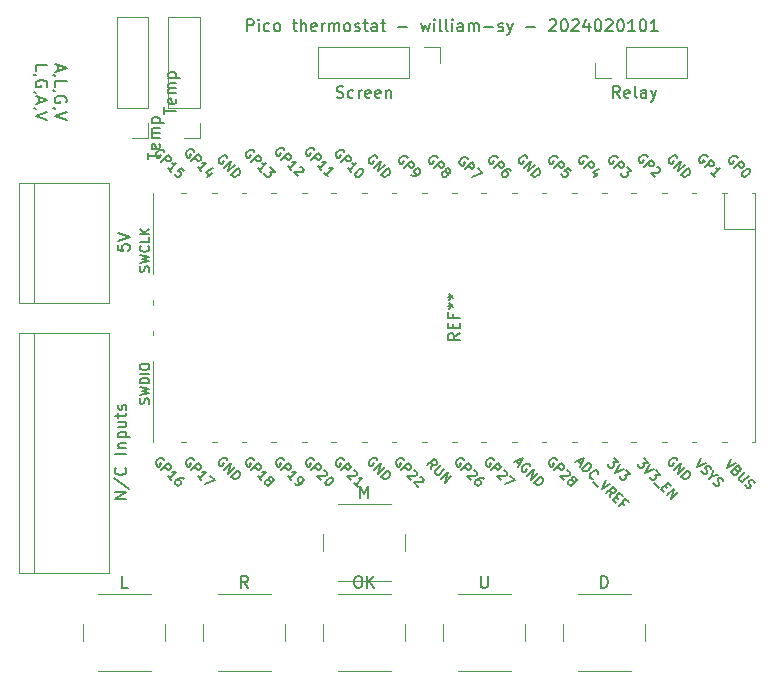
<source format=gbr>
%TF.GenerationSoftware,KiCad,Pcbnew,7.0.1-0*%
%TF.CreationDate,2024-02-02T12:16:23+01:00*%
%TF.ProjectId,thermostat,74686572-6d6f-4737-9461-742e6b696361,rev?*%
%TF.SameCoordinates,Original*%
%TF.FileFunction,Legend,Top*%
%TF.FilePolarity,Positive*%
%FSLAX46Y46*%
G04 Gerber Fmt 4.6, Leading zero omitted, Abs format (unit mm)*
G04 Created by KiCad (PCBNEW 7.0.1-0) date 2024-02-02 12:16:23*
%MOMM*%
%LPD*%
G01*
G04 APERTURE LIST*
%ADD10C,0.150000*%
%ADD11C,0.120000*%
G04 APERTURE END LIST*
D10*
X88388095Y-58610476D02*
X88388095Y-59086666D01*
X88102380Y-58515238D02*
X89102380Y-58848571D01*
X89102380Y-58848571D02*
X88102380Y-59181904D01*
X88150000Y-59562857D02*
X88102380Y-59562857D01*
X88102380Y-59562857D02*
X88007142Y-59515238D01*
X88007142Y-59515238D02*
X87959523Y-59467619D01*
X88102380Y-60467618D02*
X88102380Y-59991428D01*
X88102380Y-59991428D02*
X89102380Y-59991428D01*
X88150000Y-60848571D02*
X88102380Y-60848571D01*
X88102380Y-60848571D02*
X88007142Y-60800952D01*
X88007142Y-60800952D02*
X87959523Y-60753333D01*
X89054761Y-61800951D02*
X89102380Y-61705713D01*
X89102380Y-61705713D02*
X89102380Y-61562856D01*
X89102380Y-61562856D02*
X89054761Y-61419999D01*
X89054761Y-61419999D02*
X88959523Y-61324761D01*
X88959523Y-61324761D02*
X88864285Y-61277142D01*
X88864285Y-61277142D02*
X88673809Y-61229523D01*
X88673809Y-61229523D02*
X88530952Y-61229523D01*
X88530952Y-61229523D02*
X88340476Y-61277142D01*
X88340476Y-61277142D02*
X88245238Y-61324761D01*
X88245238Y-61324761D02*
X88150000Y-61419999D01*
X88150000Y-61419999D02*
X88102380Y-61562856D01*
X88102380Y-61562856D02*
X88102380Y-61658094D01*
X88102380Y-61658094D02*
X88150000Y-61800951D01*
X88150000Y-61800951D02*
X88197619Y-61848570D01*
X88197619Y-61848570D02*
X88530952Y-61848570D01*
X88530952Y-61848570D02*
X88530952Y-61658094D01*
X88150000Y-62324761D02*
X88102380Y-62324761D01*
X88102380Y-62324761D02*
X88007142Y-62277142D01*
X88007142Y-62277142D02*
X87959523Y-62229523D01*
X89102380Y-62610475D02*
X88102380Y-62943808D01*
X88102380Y-62943808D02*
X89102380Y-63277141D01*
X86482380Y-59134285D02*
X86482380Y-58658095D01*
X86482380Y-58658095D02*
X87482380Y-58658095D01*
X86530000Y-59515238D02*
X86482380Y-59515238D01*
X86482380Y-59515238D02*
X86387142Y-59467619D01*
X86387142Y-59467619D02*
X86339523Y-59420000D01*
X87434761Y-60467618D02*
X87482380Y-60372380D01*
X87482380Y-60372380D02*
X87482380Y-60229523D01*
X87482380Y-60229523D02*
X87434761Y-60086666D01*
X87434761Y-60086666D02*
X87339523Y-59991428D01*
X87339523Y-59991428D02*
X87244285Y-59943809D01*
X87244285Y-59943809D02*
X87053809Y-59896190D01*
X87053809Y-59896190D02*
X86910952Y-59896190D01*
X86910952Y-59896190D02*
X86720476Y-59943809D01*
X86720476Y-59943809D02*
X86625238Y-59991428D01*
X86625238Y-59991428D02*
X86530000Y-60086666D01*
X86530000Y-60086666D02*
X86482380Y-60229523D01*
X86482380Y-60229523D02*
X86482380Y-60324761D01*
X86482380Y-60324761D02*
X86530000Y-60467618D01*
X86530000Y-60467618D02*
X86577619Y-60515237D01*
X86577619Y-60515237D02*
X86910952Y-60515237D01*
X86910952Y-60515237D02*
X86910952Y-60324761D01*
X86530000Y-60991428D02*
X86482380Y-60991428D01*
X86482380Y-60991428D02*
X86387142Y-60943809D01*
X86387142Y-60943809D02*
X86339523Y-60896190D01*
X86768095Y-61372380D02*
X86768095Y-61848570D01*
X86482380Y-61277142D02*
X87482380Y-61610475D01*
X87482380Y-61610475D02*
X86482380Y-61943808D01*
X86530000Y-62324761D02*
X86482380Y-62324761D01*
X86482380Y-62324761D02*
X86387142Y-62277142D01*
X86387142Y-62277142D02*
X86339523Y-62229523D01*
X87482380Y-62610475D02*
X86482380Y-62943808D01*
X86482380Y-62943808D02*
X87482380Y-63277141D01*
X104378095Y-55757619D02*
X104378095Y-54757619D01*
X104378095Y-54757619D02*
X104759047Y-54757619D01*
X104759047Y-54757619D02*
X104854285Y-54805238D01*
X104854285Y-54805238D02*
X104901904Y-54852857D01*
X104901904Y-54852857D02*
X104949523Y-54948095D01*
X104949523Y-54948095D02*
X104949523Y-55090952D01*
X104949523Y-55090952D02*
X104901904Y-55186190D01*
X104901904Y-55186190D02*
X104854285Y-55233809D01*
X104854285Y-55233809D02*
X104759047Y-55281428D01*
X104759047Y-55281428D02*
X104378095Y-55281428D01*
X105378095Y-55757619D02*
X105378095Y-55090952D01*
X105378095Y-54757619D02*
X105330476Y-54805238D01*
X105330476Y-54805238D02*
X105378095Y-54852857D01*
X105378095Y-54852857D02*
X105425714Y-54805238D01*
X105425714Y-54805238D02*
X105378095Y-54757619D01*
X105378095Y-54757619D02*
X105378095Y-54852857D01*
X106282856Y-55710000D02*
X106187618Y-55757619D01*
X106187618Y-55757619D02*
X105997142Y-55757619D01*
X105997142Y-55757619D02*
X105901904Y-55710000D01*
X105901904Y-55710000D02*
X105854285Y-55662380D01*
X105854285Y-55662380D02*
X105806666Y-55567142D01*
X105806666Y-55567142D02*
X105806666Y-55281428D01*
X105806666Y-55281428D02*
X105854285Y-55186190D01*
X105854285Y-55186190D02*
X105901904Y-55138571D01*
X105901904Y-55138571D02*
X105997142Y-55090952D01*
X105997142Y-55090952D02*
X106187618Y-55090952D01*
X106187618Y-55090952D02*
X106282856Y-55138571D01*
X106854285Y-55757619D02*
X106759047Y-55710000D01*
X106759047Y-55710000D02*
X106711428Y-55662380D01*
X106711428Y-55662380D02*
X106663809Y-55567142D01*
X106663809Y-55567142D02*
X106663809Y-55281428D01*
X106663809Y-55281428D02*
X106711428Y-55186190D01*
X106711428Y-55186190D02*
X106759047Y-55138571D01*
X106759047Y-55138571D02*
X106854285Y-55090952D01*
X106854285Y-55090952D02*
X106997142Y-55090952D01*
X106997142Y-55090952D02*
X107092380Y-55138571D01*
X107092380Y-55138571D02*
X107139999Y-55186190D01*
X107139999Y-55186190D02*
X107187618Y-55281428D01*
X107187618Y-55281428D02*
X107187618Y-55567142D01*
X107187618Y-55567142D02*
X107139999Y-55662380D01*
X107139999Y-55662380D02*
X107092380Y-55710000D01*
X107092380Y-55710000D02*
X106997142Y-55757619D01*
X106997142Y-55757619D02*
X106854285Y-55757619D01*
X108235238Y-55090952D02*
X108616190Y-55090952D01*
X108378095Y-54757619D02*
X108378095Y-55614761D01*
X108378095Y-55614761D02*
X108425714Y-55710000D01*
X108425714Y-55710000D02*
X108520952Y-55757619D01*
X108520952Y-55757619D02*
X108616190Y-55757619D01*
X108949524Y-55757619D02*
X108949524Y-54757619D01*
X109378095Y-55757619D02*
X109378095Y-55233809D01*
X109378095Y-55233809D02*
X109330476Y-55138571D01*
X109330476Y-55138571D02*
X109235238Y-55090952D01*
X109235238Y-55090952D02*
X109092381Y-55090952D01*
X109092381Y-55090952D02*
X108997143Y-55138571D01*
X108997143Y-55138571D02*
X108949524Y-55186190D01*
X110235238Y-55710000D02*
X110140000Y-55757619D01*
X110140000Y-55757619D02*
X109949524Y-55757619D01*
X109949524Y-55757619D02*
X109854286Y-55710000D01*
X109854286Y-55710000D02*
X109806667Y-55614761D01*
X109806667Y-55614761D02*
X109806667Y-55233809D01*
X109806667Y-55233809D02*
X109854286Y-55138571D01*
X109854286Y-55138571D02*
X109949524Y-55090952D01*
X109949524Y-55090952D02*
X110140000Y-55090952D01*
X110140000Y-55090952D02*
X110235238Y-55138571D01*
X110235238Y-55138571D02*
X110282857Y-55233809D01*
X110282857Y-55233809D02*
X110282857Y-55329047D01*
X110282857Y-55329047D02*
X109806667Y-55424285D01*
X110711429Y-55757619D02*
X110711429Y-55090952D01*
X110711429Y-55281428D02*
X110759048Y-55186190D01*
X110759048Y-55186190D02*
X110806667Y-55138571D01*
X110806667Y-55138571D02*
X110901905Y-55090952D01*
X110901905Y-55090952D02*
X110997143Y-55090952D01*
X111330477Y-55757619D02*
X111330477Y-55090952D01*
X111330477Y-55186190D02*
X111378096Y-55138571D01*
X111378096Y-55138571D02*
X111473334Y-55090952D01*
X111473334Y-55090952D02*
X111616191Y-55090952D01*
X111616191Y-55090952D02*
X111711429Y-55138571D01*
X111711429Y-55138571D02*
X111759048Y-55233809D01*
X111759048Y-55233809D02*
X111759048Y-55757619D01*
X111759048Y-55233809D02*
X111806667Y-55138571D01*
X111806667Y-55138571D02*
X111901905Y-55090952D01*
X111901905Y-55090952D02*
X112044762Y-55090952D01*
X112044762Y-55090952D02*
X112140001Y-55138571D01*
X112140001Y-55138571D02*
X112187620Y-55233809D01*
X112187620Y-55233809D02*
X112187620Y-55757619D01*
X112806667Y-55757619D02*
X112711429Y-55710000D01*
X112711429Y-55710000D02*
X112663810Y-55662380D01*
X112663810Y-55662380D02*
X112616191Y-55567142D01*
X112616191Y-55567142D02*
X112616191Y-55281428D01*
X112616191Y-55281428D02*
X112663810Y-55186190D01*
X112663810Y-55186190D02*
X112711429Y-55138571D01*
X112711429Y-55138571D02*
X112806667Y-55090952D01*
X112806667Y-55090952D02*
X112949524Y-55090952D01*
X112949524Y-55090952D02*
X113044762Y-55138571D01*
X113044762Y-55138571D02*
X113092381Y-55186190D01*
X113092381Y-55186190D02*
X113140000Y-55281428D01*
X113140000Y-55281428D02*
X113140000Y-55567142D01*
X113140000Y-55567142D02*
X113092381Y-55662380D01*
X113092381Y-55662380D02*
X113044762Y-55710000D01*
X113044762Y-55710000D02*
X112949524Y-55757619D01*
X112949524Y-55757619D02*
X112806667Y-55757619D01*
X113520953Y-55710000D02*
X113616191Y-55757619D01*
X113616191Y-55757619D02*
X113806667Y-55757619D01*
X113806667Y-55757619D02*
X113901905Y-55710000D01*
X113901905Y-55710000D02*
X113949524Y-55614761D01*
X113949524Y-55614761D02*
X113949524Y-55567142D01*
X113949524Y-55567142D02*
X113901905Y-55471904D01*
X113901905Y-55471904D02*
X113806667Y-55424285D01*
X113806667Y-55424285D02*
X113663810Y-55424285D01*
X113663810Y-55424285D02*
X113568572Y-55376666D01*
X113568572Y-55376666D02*
X113520953Y-55281428D01*
X113520953Y-55281428D02*
X113520953Y-55233809D01*
X113520953Y-55233809D02*
X113568572Y-55138571D01*
X113568572Y-55138571D02*
X113663810Y-55090952D01*
X113663810Y-55090952D02*
X113806667Y-55090952D01*
X113806667Y-55090952D02*
X113901905Y-55138571D01*
X114235239Y-55090952D02*
X114616191Y-55090952D01*
X114378096Y-54757619D02*
X114378096Y-55614761D01*
X114378096Y-55614761D02*
X114425715Y-55710000D01*
X114425715Y-55710000D02*
X114520953Y-55757619D01*
X114520953Y-55757619D02*
X114616191Y-55757619D01*
X115378096Y-55757619D02*
X115378096Y-55233809D01*
X115378096Y-55233809D02*
X115330477Y-55138571D01*
X115330477Y-55138571D02*
X115235239Y-55090952D01*
X115235239Y-55090952D02*
X115044763Y-55090952D01*
X115044763Y-55090952D02*
X114949525Y-55138571D01*
X115378096Y-55710000D02*
X115282858Y-55757619D01*
X115282858Y-55757619D02*
X115044763Y-55757619D01*
X115044763Y-55757619D02*
X114949525Y-55710000D01*
X114949525Y-55710000D02*
X114901906Y-55614761D01*
X114901906Y-55614761D02*
X114901906Y-55519523D01*
X114901906Y-55519523D02*
X114949525Y-55424285D01*
X114949525Y-55424285D02*
X115044763Y-55376666D01*
X115044763Y-55376666D02*
X115282858Y-55376666D01*
X115282858Y-55376666D02*
X115378096Y-55329047D01*
X115711430Y-55090952D02*
X116092382Y-55090952D01*
X115854287Y-54757619D02*
X115854287Y-55614761D01*
X115854287Y-55614761D02*
X115901906Y-55710000D01*
X115901906Y-55710000D02*
X115997144Y-55757619D01*
X115997144Y-55757619D02*
X116092382Y-55757619D01*
X117187621Y-55376666D02*
X117949526Y-55376666D01*
X119092383Y-55090952D02*
X119282859Y-55757619D01*
X119282859Y-55757619D02*
X119473335Y-55281428D01*
X119473335Y-55281428D02*
X119663811Y-55757619D01*
X119663811Y-55757619D02*
X119854287Y-55090952D01*
X120235240Y-55757619D02*
X120235240Y-55090952D01*
X120235240Y-54757619D02*
X120187621Y-54805238D01*
X120187621Y-54805238D02*
X120235240Y-54852857D01*
X120235240Y-54852857D02*
X120282859Y-54805238D01*
X120282859Y-54805238D02*
X120235240Y-54757619D01*
X120235240Y-54757619D02*
X120235240Y-54852857D01*
X120854287Y-55757619D02*
X120759049Y-55710000D01*
X120759049Y-55710000D02*
X120711430Y-55614761D01*
X120711430Y-55614761D02*
X120711430Y-54757619D01*
X121378097Y-55757619D02*
X121282859Y-55710000D01*
X121282859Y-55710000D02*
X121235240Y-55614761D01*
X121235240Y-55614761D02*
X121235240Y-54757619D01*
X121759050Y-55757619D02*
X121759050Y-55090952D01*
X121759050Y-54757619D02*
X121711431Y-54805238D01*
X121711431Y-54805238D02*
X121759050Y-54852857D01*
X121759050Y-54852857D02*
X121806669Y-54805238D01*
X121806669Y-54805238D02*
X121759050Y-54757619D01*
X121759050Y-54757619D02*
X121759050Y-54852857D01*
X122663811Y-55757619D02*
X122663811Y-55233809D01*
X122663811Y-55233809D02*
X122616192Y-55138571D01*
X122616192Y-55138571D02*
X122520954Y-55090952D01*
X122520954Y-55090952D02*
X122330478Y-55090952D01*
X122330478Y-55090952D02*
X122235240Y-55138571D01*
X122663811Y-55710000D02*
X122568573Y-55757619D01*
X122568573Y-55757619D02*
X122330478Y-55757619D01*
X122330478Y-55757619D02*
X122235240Y-55710000D01*
X122235240Y-55710000D02*
X122187621Y-55614761D01*
X122187621Y-55614761D02*
X122187621Y-55519523D01*
X122187621Y-55519523D02*
X122235240Y-55424285D01*
X122235240Y-55424285D02*
X122330478Y-55376666D01*
X122330478Y-55376666D02*
X122568573Y-55376666D01*
X122568573Y-55376666D02*
X122663811Y-55329047D01*
X123140002Y-55757619D02*
X123140002Y-55090952D01*
X123140002Y-55186190D02*
X123187621Y-55138571D01*
X123187621Y-55138571D02*
X123282859Y-55090952D01*
X123282859Y-55090952D02*
X123425716Y-55090952D01*
X123425716Y-55090952D02*
X123520954Y-55138571D01*
X123520954Y-55138571D02*
X123568573Y-55233809D01*
X123568573Y-55233809D02*
X123568573Y-55757619D01*
X123568573Y-55233809D02*
X123616192Y-55138571D01*
X123616192Y-55138571D02*
X123711430Y-55090952D01*
X123711430Y-55090952D02*
X123854287Y-55090952D01*
X123854287Y-55090952D02*
X123949526Y-55138571D01*
X123949526Y-55138571D02*
X123997145Y-55233809D01*
X123997145Y-55233809D02*
X123997145Y-55757619D01*
X124473335Y-55376666D02*
X125235240Y-55376666D01*
X125663811Y-55710000D02*
X125759049Y-55757619D01*
X125759049Y-55757619D02*
X125949525Y-55757619D01*
X125949525Y-55757619D02*
X126044763Y-55710000D01*
X126044763Y-55710000D02*
X126092382Y-55614761D01*
X126092382Y-55614761D02*
X126092382Y-55567142D01*
X126092382Y-55567142D02*
X126044763Y-55471904D01*
X126044763Y-55471904D02*
X125949525Y-55424285D01*
X125949525Y-55424285D02*
X125806668Y-55424285D01*
X125806668Y-55424285D02*
X125711430Y-55376666D01*
X125711430Y-55376666D02*
X125663811Y-55281428D01*
X125663811Y-55281428D02*
X125663811Y-55233809D01*
X125663811Y-55233809D02*
X125711430Y-55138571D01*
X125711430Y-55138571D02*
X125806668Y-55090952D01*
X125806668Y-55090952D02*
X125949525Y-55090952D01*
X125949525Y-55090952D02*
X126044763Y-55138571D01*
X126425716Y-55090952D02*
X126663811Y-55757619D01*
X126901906Y-55090952D02*
X126663811Y-55757619D01*
X126663811Y-55757619D02*
X126568573Y-55995714D01*
X126568573Y-55995714D02*
X126520954Y-56043333D01*
X126520954Y-56043333D02*
X126425716Y-56090952D01*
X128044764Y-55376666D02*
X128806669Y-55376666D01*
X129997145Y-54852857D02*
X130044764Y-54805238D01*
X130044764Y-54805238D02*
X130140002Y-54757619D01*
X130140002Y-54757619D02*
X130378097Y-54757619D01*
X130378097Y-54757619D02*
X130473335Y-54805238D01*
X130473335Y-54805238D02*
X130520954Y-54852857D01*
X130520954Y-54852857D02*
X130568573Y-54948095D01*
X130568573Y-54948095D02*
X130568573Y-55043333D01*
X130568573Y-55043333D02*
X130520954Y-55186190D01*
X130520954Y-55186190D02*
X129949526Y-55757619D01*
X129949526Y-55757619D02*
X130568573Y-55757619D01*
X131187621Y-54757619D02*
X131282859Y-54757619D01*
X131282859Y-54757619D02*
X131378097Y-54805238D01*
X131378097Y-54805238D02*
X131425716Y-54852857D01*
X131425716Y-54852857D02*
X131473335Y-54948095D01*
X131473335Y-54948095D02*
X131520954Y-55138571D01*
X131520954Y-55138571D02*
X131520954Y-55376666D01*
X131520954Y-55376666D02*
X131473335Y-55567142D01*
X131473335Y-55567142D02*
X131425716Y-55662380D01*
X131425716Y-55662380D02*
X131378097Y-55710000D01*
X131378097Y-55710000D02*
X131282859Y-55757619D01*
X131282859Y-55757619D02*
X131187621Y-55757619D01*
X131187621Y-55757619D02*
X131092383Y-55710000D01*
X131092383Y-55710000D02*
X131044764Y-55662380D01*
X131044764Y-55662380D02*
X130997145Y-55567142D01*
X130997145Y-55567142D02*
X130949526Y-55376666D01*
X130949526Y-55376666D02*
X130949526Y-55138571D01*
X130949526Y-55138571D02*
X130997145Y-54948095D01*
X130997145Y-54948095D02*
X131044764Y-54852857D01*
X131044764Y-54852857D02*
X131092383Y-54805238D01*
X131092383Y-54805238D02*
X131187621Y-54757619D01*
X131901907Y-54852857D02*
X131949526Y-54805238D01*
X131949526Y-54805238D02*
X132044764Y-54757619D01*
X132044764Y-54757619D02*
X132282859Y-54757619D01*
X132282859Y-54757619D02*
X132378097Y-54805238D01*
X132378097Y-54805238D02*
X132425716Y-54852857D01*
X132425716Y-54852857D02*
X132473335Y-54948095D01*
X132473335Y-54948095D02*
X132473335Y-55043333D01*
X132473335Y-55043333D02*
X132425716Y-55186190D01*
X132425716Y-55186190D02*
X131854288Y-55757619D01*
X131854288Y-55757619D02*
X132473335Y-55757619D01*
X133330478Y-55090952D02*
X133330478Y-55757619D01*
X133092383Y-54710000D02*
X132854288Y-55424285D01*
X132854288Y-55424285D02*
X133473335Y-55424285D01*
X134044764Y-54757619D02*
X134140002Y-54757619D01*
X134140002Y-54757619D02*
X134235240Y-54805238D01*
X134235240Y-54805238D02*
X134282859Y-54852857D01*
X134282859Y-54852857D02*
X134330478Y-54948095D01*
X134330478Y-54948095D02*
X134378097Y-55138571D01*
X134378097Y-55138571D02*
X134378097Y-55376666D01*
X134378097Y-55376666D02*
X134330478Y-55567142D01*
X134330478Y-55567142D02*
X134282859Y-55662380D01*
X134282859Y-55662380D02*
X134235240Y-55710000D01*
X134235240Y-55710000D02*
X134140002Y-55757619D01*
X134140002Y-55757619D02*
X134044764Y-55757619D01*
X134044764Y-55757619D02*
X133949526Y-55710000D01*
X133949526Y-55710000D02*
X133901907Y-55662380D01*
X133901907Y-55662380D02*
X133854288Y-55567142D01*
X133854288Y-55567142D02*
X133806669Y-55376666D01*
X133806669Y-55376666D02*
X133806669Y-55138571D01*
X133806669Y-55138571D02*
X133854288Y-54948095D01*
X133854288Y-54948095D02*
X133901907Y-54852857D01*
X133901907Y-54852857D02*
X133949526Y-54805238D01*
X133949526Y-54805238D02*
X134044764Y-54757619D01*
X134759050Y-54852857D02*
X134806669Y-54805238D01*
X134806669Y-54805238D02*
X134901907Y-54757619D01*
X134901907Y-54757619D02*
X135140002Y-54757619D01*
X135140002Y-54757619D02*
X135235240Y-54805238D01*
X135235240Y-54805238D02*
X135282859Y-54852857D01*
X135282859Y-54852857D02*
X135330478Y-54948095D01*
X135330478Y-54948095D02*
X135330478Y-55043333D01*
X135330478Y-55043333D02*
X135282859Y-55186190D01*
X135282859Y-55186190D02*
X134711431Y-55757619D01*
X134711431Y-55757619D02*
X135330478Y-55757619D01*
X135949526Y-54757619D02*
X136044764Y-54757619D01*
X136044764Y-54757619D02*
X136140002Y-54805238D01*
X136140002Y-54805238D02*
X136187621Y-54852857D01*
X136187621Y-54852857D02*
X136235240Y-54948095D01*
X136235240Y-54948095D02*
X136282859Y-55138571D01*
X136282859Y-55138571D02*
X136282859Y-55376666D01*
X136282859Y-55376666D02*
X136235240Y-55567142D01*
X136235240Y-55567142D02*
X136187621Y-55662380D01*
X136187621Y-55662380D02*
X136140002Y-55710000D01*
X136140002Y-55710000D02*
X136044764Y-55757619D01*
X136044764Y-55757619D02*
X135949526Y-55757619D01*
X135949526Y-55757619D02*
X135854288Y-55710000D01*
X135854288Y-55710000D02*
X135806669Y-55662380D01*
X135806669Y-55662380D02*
X135759050Y-55567142D01*
X135759050Y-55567142D02*
X135711431Y-55376666D01*
X135711431Y-55376666D02*
X135711431Y-55138571D01*
X135711431Y-55138571D02*
X135759050Y-54948095D01*
X135759050Y-54948095D02*
X135806669Y-54852857D01*
X135806669Y-54852857D02*
X135854288Y-54805238D01*
X135854288Y-54805238D02*
X135949526Y-54757619D01*
X137235240Y-55757619D02*
X136663812Y-55757619D01*
X136949526Y-55757619D02*
X136949526Y-54757619D01*
X136949526Y-54757619D02*
X136854288Y-54900476D01*
X136854288Y-54900476D02*
X136759050Y-54995714D01*
X136759050Y-54995714D02*
X136663812Y-55043333D01*
X137854288Y-54757619D02*
X137949526Y-54757619D01*
X137949526Y-54757619D02*
X138044764Y-54805238D01*
X138044764Y-54805238D02*
X138092383Y-54852857D01*
X138092383Y-54852857D02*
X138140002Y-54948095D01*
X138140002Y-54948095D02*
X138187621Y-55138571D01*
X138187621Y-55138571D02*
X138187621Y-55376666D01*
X138187621Y-55376666D02*
X138140002Y-55567142D01*
X138140002Y-55567142D02*
X138092383Y-55662380D01*
X138092383Y-55662380D02*
X138044764Y-55710000D01*
X138044764Y-55710000D02*
X137949526Y-55757619D01*
X137949526Y-55757619D02*
X137854288Y-55757619D01*
X137854288Y-55757619D02*
X137759050Y-55710000D01*
X137759050Y-55710000D02*
X137711431Y-55662380D01*
X137711431Y-55662380D02*
X137663812Y-55567142D01*
X137663812Y-55567142D02*
X137616193Y-55376666D01*
X137616193Y-55376666D02*
X137616193Y-55138571D01*
X137616193Y-55138571D02*
X137663812Y-54948095D01*
X137663812Y-54948095D02*
X137711431Y-54852857D01*
X137711431Y-54852857D02*
X137759050Y-54805238D01*
X137759050Y-54805238D02*
X137854288Y-54757619D01*
X139140002Y-55757619D02*
X138568574Y-55757619D01*
X138854288Y-55757619D02*
X138854288Y-54757619D01*
X138854288Y-54757619D02*
X138759050Y-54900476D01*
X138759050Y-54900476D02*
X138663812Y-54995714D01*
X138663812Y-54995714D02*
X138568574Y-55043333D01*
%TO.C,OK*%
X113704762Y-101892619D02*
X113895238Y-101892619D01*
X113895238Y-101892619D02*
X113990476Y-101940238D01*
X113990476Y-101940238D02*
X114085714Y-102035476D01*
X114085714Y-102035476D02*
X114133333Y-102225952D01*
X114133333Y-102225952D02*
X114133333Y-102559285D01*
X114133333Y-102559285D02*
X114085714Y-102749761D01*
X114085714Y-102749761D02*
X113990476Y-102845000D01*
X113990476Y-102845000D02*
X113895238Y-102892619D01*
X113895238Y-102892619D02*
X113704762Y-102892619D01*
X113704762Y-102892619D02*
X113609524Y-102845000D01*
X113609524Y-102845000D02*
X113514286Y-102749761D01*
X113514286Y-102749761D02*
X113466667Y-102559285D01*
X113466667Y-102559285D02*
X113466667Y-102225952D01*
X113466667Y-102225952D02*
X113514286Y-102035476D01*
X113514286Y-102035476D02*
X113609524Y-101940238D01*
X113609524Y-101940238D02*
X113704762Y-101892619D01*
X114561905Y-102892619D02*
X114561905Y-101892619D01*
X115133333Y-102892619D02*
X114704762Y-102321190D01*
X115133333Y-101892619D02*
X114561905Y-102464047D01*
%TO.C,Temp*%
X97382619Y-62793332D02*
X97382619Y-62221904D01*
X98382619Y-62507618D02*
X97382619Y-62507618D01*
X98335000Y-61507618D02*
X98382619Y-61602856D01*
X98382619Y-61602856D02*
X98382619Y-61793332D01*
X98382619Y-61793332D02*
X98335000Y-61888570D01*
X98335000Y-61888570D02*
X98239761Y-61936189D01*
X98239761Y-61936189D02*
X97858809Y-61936189D01*
X97858809Y-61936189D02*
X97763571Y-61888570D01*
X97763571Y-61888570D02*
X97715952Y-61793332D01*
X97715952Y-61793332D02*
X97715952Y-61602856D01*
X97715952Y-61602856D02*
X97763571Y-61507618D01*
X97763571Y-61507618D02*
X97858809Y-61459999D01*
X97858809Y-61459999D02*
X97954047Y-61459999D01*
X97954047Y-61459999D02*
X98049285Y-61936189D01*
X98382619Y-61031427D02*
X97715952Y-61031427D01*
X97811190Y-61031427D02*
X97763571Y-60983808D01*
X97763571Y-60983808D02*
X97715952Y-60888570D01*
X97715952Y-60888570D02*
X97715952Y-60745713D01*
X97715952Y-60745713D02*
X97763571Y-60650475D01*
X97763571Y-60650475D02*
X97858809Y-60602856D01*
X97858809Y-60602856D02*
X98382619Y-60602856D01*
X97858809Y-60602856D02*
X97763571Y-60555237D01*
X97763571Y-60555237D02*
X97715952Y-60459999D01*
X97715952Y-60459999D02*
X97715952Y-60317142D01*
X97715952Y-60317142D02*
X97763571Y-60221903D01*
X97763571Y-60221903D02*
X97858809Y-60174284D01*
X97858809Y-60174284D02*
X98382619Y-60174284D01*
X97715952Y-59698094D02*
X98715952Y-59698094D01*
X97763571Y-59698094D02*
X97715952Y-59602856D01*
X97715952Y-59602856D02*
X97715952Y-59412380D01*
X97715952Y-59412380D02*
X97763571Y-59317142D01*
X97763571Y-59317142D02*
X97811190Y-59269523D01*
X97811190Y-59269523D02*
X97906428Y-59221904D01*
X97906428Y-59221904D02*
X98192142Y-59221904D01*
X98192142Y-59221904D02*
X98287380Y-59269523D01*
X98287380Y-59269523D02*
X98335000Y-59317142D01*
X98335000Y-59317142D02*
X98382619Y-59412380D01*
X98382619Y-59412380D02*
X98382619Y-59602856D01*
X98382619Y-59602856D02*
X98335000Y-59698094D01*
%TO.C,5V*%
X93442619Y-73850476D02*
X93442619Y-74326666D01*
X93442619Y-74326666D02*
X93918809Y-74374285D01*
X93918809Y-74374285D02*
X93871190Y-74326666D01*
X93871190Y-74326666D02*
X93823571Y-74231428D01*
X93823571Y-74231428D02*
X93823571Y-73993333D01*
X93823571Y-73993333D02*
X93871190Y-73898095D01*
X93871190Y-73898095D02*
X93918809Y-73850476D01*
X93918809Y-73850476D02*
X94014047Y-73802857D01*
X94014047Y-73802857D02*
X94252142Y-73802857D01*
X94252142Y-73802857D02*
X94347380Y-73850476D01*
X94347380Y-73850476D02*
X94395000Y-73898095D01*
X94395000Y-73898095D02*
X94442619Y-73993333D01*
X94442619Y-73993333D02*
X94442619Y-74231428D01*
X94442619Y-74231428D02*
X94395000Y-74326666D01*
X94395000Y-74326666D02*
X94347380Y-74374285D01*
X93442619Y-73517142D02*
X94442619Y-73183809D01*
X94442619Y-73183809D02*
X93442619Y-72850476D01*
%TO.C,Temp*%
X95982619Y-66613332D02*
X95982619Y-66041904D01*
X96982619Y-66327618D02*
X95982619Y-66327618D01*
X96935000Y-65327618D02*
X96982619Y-65422856D01*
X96982619Y-65422856D02*
X96982619Y-65613332D01*
X96982619Y-65613332D02*
X96935000Y-65708570D01*
X96935000Y-65708570D02*
X96839761Y-65756189D01*
X96839761Y-65756189D02*
X96458809Y-65756189D01*
X96458809Y-65756189D02*
X96363571Y-65708570D01*
X96363571Y-65708570D02*
X96315952Y-65613332D01*
X96315952Y-65613332D02*
X96315952Y-65422856D01*
X96315952Y-65422856D02*
X96363571Y-65327618D01*
X96363571Y-65327618D02*
X96458809Y-65279999D01*
X96458809Y-65279999D02*
X96554047Y-65279999D01*
X96554047Y-65279999D02*
X96649285Y-65756189D01*
X96982619Y-64851427D02*
X96315952Y-64851427D01*
X96411190Y-64851427D02*
X96363571Y-64803808D01*
X96363571Y-64803808D02*
X96315952Y-64708570D01*
X96315952Y-64708570D02*
X96315952Y-64565713D01*
X96315952Y-64565713D02*
X96363571Y-64470475D01*
X96363571Y-64470475D02*
X96458809Y-64422856D01*
X96458809Y-64422856D02*
X96982619Y-64422856D01*
X96458809Y-64422856D02*
X96363571Y-64375237D01*
X96363571Y-64375237D02*
X96315952Y-64279999D01*
X96315952Y-64279999D02*
X96315952Y-64137142D01*
X96315952Y-64137142D02*
X96363571Y-64041903D01*
X96363571Y-64041903D02*
X96458809Y-63994284D01*
X96458809Y-63994284D02*
X96982619Y-63994284D01*
X96315952Y-63518094D02*
X97315952Y-63518094D01*
X96363571Y-63518094D02*
X96315952Y-63422856D01*
X96315952Y-63422856D02*
X96315952Y-63232380D01*
X96315952Y-63232380D02*
X96363571Y-63137142D01*
X96363571Y-63137142D02*
X96411190Y-63089523D01*
X96411190Y-63089523D02*
X96506428Y-63041904D01*
X96506428Y-63041904D02*
X96792142Y-63041904D01*
X96792142Y-63041904D02*
X96887380Y-63089523D01*
X96887380Y-63089523D02*
X96935000Y-63137142D01*
X96935000Y-63137142D02*
X96982619Y-63232380D01*
X96982619Y-63232380D02*
X96982619Y-63422856D01*
X96982619Y-63422856D02*
X96935000Y-63518094D01*
%TO.C,U*%
X124174286Y-101892619D02*
X124174286Y-102702142D01*
X124174286Y-102702142D02*
X124221905Y-102797380D01*
X124221905Y-102797380D02*
X124269524Y-102845000D01*
X124269524Y-102845000D02*
X124364762Y-102892619D01*
X124364762Y-102892619D02*
X124555238Y-102892619D01*
X124555238Y-102892619D02*
X124650476Y-102845000D01*
X124650476Y-102845000D02*
X124698095Y-102797380D01*
X124698095Y-102797380D02*
X124745714Y-102702142D01*
X124745714Y-102702142D02*
X124745714Y-101892619D01*
%TO.C,D*%
X134358095Y-102892619D02*
X134358095Y-101892619D01*
X134358095Y-101892619D02*
X134596190Y-101892619D01*
X134596190Y-101892619D02*
X134739047Y-101940238D01*
X134739047Y-101940238D02*
X134834285Y-102035476D01*
X134834285Y-102035476D02*
X134881904Y-102130714D01*
X134881904Y-102130714D02*
X134929523Y-102321190D01*
X134929523Y-102321190D02*
X134929523Y-102464047D01*
X134929523Y-102464047D02*
X134881904Y-102654523D01*
X134881904Y-102654523D02*
X134834285Y-102749761D01*
X134834285Y-102749761D02*
X134739047Y-102845000D01*
X134739047Y-102845000D02*
X134596190Y-102892619D01*
X134596190Y-102892619D02*
X134358095Y-102892619D01*
%TO.C,Screen*%
X111966666Y-61375000D02*
X112109523Y-61422619D01*
X112109523Y-61422619D02*
X112347618Y-61422619D01*
X112347618Y-61422619D02*
X112442856Y-61375000D01*
X112442856Y-61375000D02*
X112490475Y-61327380D01*
X112490475Y-61327380D02*
X112538094Y-61232142D01*
X112538094Y-61232142D02*
X112538094Y-61136904D01*
X112538094Y-61136904D02*
X112490475Y-61041666D01*
X112490475Y-61041666D02*
X112442856Y-60994047D01*
X112442856Y-60994047D02*
X112347618Y-60946428D01*
X112347618Y-60946428D02*
X112157142Y-60898809D01*
X112157142Y-60898809D02*
X112061904Y-60851190D01*
X112061904Y-60851190D02*
X112014285Y-60803571D01*
X112014285Y-60803571D02*
X111966666Y-60708333D01*
X111966666Y-60708333D02*
X111966666Y-60613095D01*
X111966666Y-60613095D02*
X112014285Y-60517857D01*
X112014285Y-60517857D02*
X112061904Y-60470238D01*
X112061904Y-60470238D02*
X112157142Y-60422619D01*
X112157142Y-60422619D02*
X112395237Y-60422619D01*
X112395237Y-60422619D02*
X112538094Y-60470238D01*
X113395237Y-61375000D02*
X113299999Y-61422619D01*
X113299999Y-61422619D02*
X113109523Y-61422619D01*
X113109523Y-61422619D02*
X113014285Y-61375000D01*
X113014285Y-61375000D02*
X112966666Y-61327380D01*
X112966666Y-61327380D02*
X112919047Y-61232142D01*
X112919047Y-61232142D02*
X112919047Y-60946428D01*
X112919047Y-60946428D02*
X112966666Y-60851190D01*
X112966666Y-60851190D02*
X113014285Y-60803571D01*
X113014285Y-60803571D02*
X113109523Y-60755952D01*
X113109523Y-60755952D02*
X113299999Y-60755952D01*
X113299999Y-60755952D02*
X113395237Y-60803571D01*
X113823809Y-61422619D02*
X113823809Y-60755952D01*
X113823809Y-60946428D02*
X113871428Y-60851190D01*
X113871428Y-60851190D02*
X113919047Y-60803571D01*
X113919047Y-60803571D02*
X114014285Y-60755952D01*
X114014285Y-60755952D02*
X114109523Y-60755952D01*
X114823809Y-61375000D02*
X114728571Y-61422619D01*
X114728571Y-61422619D02*
X114538095Y-61422619D01*
X114538095Y-61422619D02*
X114442857Y-61375000D01*
X114442857Y-61375000D02*
X114395238Y-61279761D01*
X114395238Y-61279761D02*
X114395238Y-60898809D01*
X114395238Y-60898809D02*
X114442857Y-60803571D01*
X114442857Y-60803571D02*
X114538095Y-60755952D01*
X114538095Y-60755952D02*
X114728571Y-60755952D01*
X114728571Y-60755952D02*
X114823809Y-60803571D01*
X114823809Y-60803571D02*
X114871428Y-60898809D01*
X114871428Y-60898809D02*
X114871428Y-60994047D01*
X114871428Y-60994047D02*
X114395238Y-61089285D01*
X115680952Y-61375000D02*
X115585714Y-61422619D01*
X115585714Y-61422619D02*
X115395238Y-61422619D01*
X115395238Y-61422619D02*
X115300000Y-61375000D01*
X115300000Y-61375000D02*
X115252381Y-61279761D01*
X115252381Y-61279761D02*
X115252381Y-60898809D01*
X115252381Y-60898809D02*
X115300000Y-60803571D01*
X115300000Y-60803571D02*
X115395238Y-60755952D01*
X115395238Y-60755952D02*
X115585714Y-60755952D01*
X115585714Y-60755952D02*
X115680952Y-60803571D01*
X115680952Y-60803571D02*
X115728571Y-60898809D01*
X115728571Y-60898809D02*
X115728571Y-60994047D01*
X115728571Y-60994047D02*
X115252381Y-61089285D01*
X116157143Y-60755952D02*
X116157143Y-61422619D01*
X116157143Y-60851190D02*
X116204762Y-60803571D01*
X116204762Y-60803571D02*
X116300000Y-60755952D01*
X116300000Y-60755952D02*
X116442857Y-60755952D01*
X116442857Y-60755952D02*
X116538095Y-60803571D01*
X116538095Y-60803571D02*
X116585714Y-60898809D01*
X116585714Y-60898809D02*
X116585714Y-61422619D01*
%TO.C,L*%
X94289523Y-102892619D02*
X93813333Y-102892619D01*
X93813333Y-102892619D02*
X93813333Y-101892619D01*
%TO.C,R*%
X104449523Y-102892619D02*
X104116190Y-102416428D01*
X103878095Y-102892619D02*
X103878095Y-101892619D01*
X103878095Y-101892619D02*
X104259047Y-101892619D01*
X104259047Y-101892619D02*
X104354285Y-101940238D01*
X104354285Y-101940238D02*
X104401904Y-101987857D01*
X104401904Y-101987857D02*
X104449523Y-102083095D01*
X104449523Y-102083095D02*
X104449523Y-102225952D01*
X104449523Y-102225952D02*
X104401904Y-102321190D01*
X104401904Y-102321190D02*
X104354285Y-102368809D01*
X104354285Y-102368809D02*
X104259047Y-102416428D01*
X104259047Y-102416428D02*
X103878095Y-102416428D01*
%TO.C,M*%
X113966667Y-95272619D02*
X113966667Y-94272619D01*
X113966667Y-94272619D02*
X114300000Y-94986904D01*
X114300000Y-94986904D02*
X114633333Y-94272619D01*
X114633333Y-94272619D02*
X114633333Y-95272619D01*
%TO.C,N/C Inputs*%
X94162619Y-95396190D02*
X93162619Y-95396190D01*
X93162619Y-95396190D02*
X94162619Y-94824762D01*
X94162619Y-94824762D02*
X93162619Y-94824762D01*
X93115000Y-93634286D02*
X94400714Y-94491428D01*
X94067380Y-92729524D02*
X94115000Y-92777143D01*
X94115000Y-92777143D02*
X94162619Y-92920000D01*
X94162619Y-92920000D02*
X94162619Y-93015238D01*
X94162619Y-93015238D02*
X94115000Y-93158095D01*
X94115000Y-93158095D02*
X94019761Y-93253333D01*
X94019761Y-93253333D02*
X93924523Y-93300952D01*
X93924523Y-93300952D02*
X93734047Y-93348571D01*
X93734047Y-93348571D02*
X93591190Y-93348571D01*
X93591190Y-93348571D02*
X93400714Y-93300952D01*
X93400714Y-93300952D02*
X93305476Y-93253333D01*
X93305476Y-93253333D02*
X93210238Y-93158095D01*
X93210238Y-93158095D02*
X93162619Y-93015238D01*
X93162619Y-93015238D02*
X93162619Y-92920000D01*
X93162619Y-92920000D02*
X93210238Y-92777143D01*
X93210238Y-92777143D02*
X93257857Y-92729524D01*
X94162619Y-91539047D02*
X93162619Y-91539047D01*
X93495952Y-91062857D02*
X94162619Y-91062857D01*
X93591190Y-91062857D02*
X93543571Y-91015238D01*
X93543571Y-91015238D02*
X93495952Y-90920000D01*
X93495952Y-90920000D02*
X93495952Y-90777143D01*
X93495952Y-90777143D02*
X93543571Y-90681905D01*
X93543571Y-90681905D02*
X93638809Y-90634286D01*
X93638809Y-90634286D02*
X94162619Y-90634286D01*
X93495952Y-90158095D02*
X94495952Y-90158095D01*
X93543571Y-90158095D02*
X93495952Y-90062857D01*
X93495952Y-90062857D02*
X93495952Y-89872381D01*
X93495952Y-89872381D02*
X93543571Y-89777143D01*
X93543571Y-89777143D02*
X93591190Y-89729524D01*
X93591190Y-89729524D02*
X93686428Y-89681905D01*
X93686428Y-89681905D02*
X93972142Y-89681905D01*
X93972142Y-89681905D02*
X94067380Y-89729524D01*
X94067380Y-89729524D02*
X94115000Y-89777143D01*
X94115000Y-89777143D02*
X94162619Y-89872381D01*
X94162619Y-89872381D02*
X94162619Y-90062857D01*
X94162619Y-90062857D02*
X94115000Y-90158095D01*
X93495952Y-88824762D02*
X94162619Y-88824762D01*
X93495952Y-89253333D02*
X94019761Y-89253333D01*
X94019761Y-89253333D02*
X94115000Y-89205714D01*
X94115000Y-89205714D02*
X94162619Y-89110476D01*
X94162619Y-89110476D02*
X94162619Y-88967619D01*
X94162619Y-88967619D02*
X94115000Y-88872381D01*
X94115000Y-88872381D02*
X94067380Y-88824762D01*
X93495952Y-88491428D02*
X93495952Y-88110476D01*
X93162619Y-88348571D02*
X94019761Y-88348571D01*
X94019761Y-88348571D02*
X94115000Y-88300952D01*
X94115000Y-88300952D02*
X94162619Y-88205714D01*
X94162619Y-88205714D02*
X94162619Y-88110476D01*
X94115000Y-87824761D02*
X94162619Y-87729523D01*
X94162619Y-87729523D02*
X94162619Y-87539047D01*
X94162619Y-87539047D02*
X94115000Y-87443809D01*
X94115000Y-87443809D02*
X94019761Y-87396190D01*
X94019761Y-87396190D02*
X93972142Y-87396190D01*
X93972142Y-87396190D02*
X93876904Y-87443809D01*
X93876904Y-87443809D02*
X93829285Y-87539047D01*
X93829285Y-87539047D02*
X93829285Y-87681904D01*
X93829285Y-87681904D02*
X93781666Y-87777142D01*
X93781666Y-87777142D02*
X93686428Y-87824761D01*
X93686428Y-87824761D02*
X93638809Y-87824761D01*
X93638809Y-87824761D02*
X93543571Y-87777142D01*
X93543571Y-87777142D02*
X93495952Y-87681904D01*
X93495952Y-87681904D02*
X93495952Y-87539047D01*
X93495952Y-87539047D02*
X93543571Y-87443809D01*
%TO.C,REF\u002A\u002A*%
X122382619Y-81343333D02*
X121906428Y-81676666D01*
X122382619Y-81914761D02*
X121382619Y-81914761D01*
X121382619Y-81914761D02*
X121382619Y-81533809D01*
X121382619Y-81533809D02*
X121430238Y-81438571D01*
X121430238Y-81438571D02*
X121477857Y-81390952D01*
X121477857Y-81390952D02*
X121573095Y-81343333D01*
X121573095Y-81343333D02*
X121715952Y-81343333D01*
X121715952Y-81343333D02*
X121811190Y-81390952D01*
X121811190Y-81390952D02*
X121858809Y-81438571D01*
X121858809Y-81438571D02*
X121906428Y-81533809D01*
X121906428Y-81533809D02*
X121906428Y-81914761D01*
X121858809Y-80914761D02*
X121858809Y-80581428D01*
X122382619Y-80438571D02*
X122382619Y-80914761D01*
X122382619Y-80914761D02*
X121382619Y-80914761D01*
X121382619Y-80914761D02*
X121382619Y-80438571D01*
X121858809Y-79676666D02*
X121858809Y-80009999D01*
X122382619Y-80009999D02*
X121382619Y-80009999D01*
X121382619Y-80009999D02*
X121382619Y-79533809D01*
X121382619Y-79009999D02*
X121620714Y-79009999D01*
X121525476Y-79248094D02*
X121620714Y-79009999D01*
X121620714Y-79009999D02*
X121525476Y-78771904D01*
X121811190Y-79152856D02*
X121620714Y-79009999D01*
X121620714Y-79009999D02*
X121811190Y-78867142D01*
X121382619Y-78248094D02*
X121620714Y-78248094D01*
X121525476Y-78486189D02*
X121620714Y-78248094D01*
X121620714Y-78248094D02*
X121525476Y-78009999D01*
X121811190Y-78390951D02*
X121620714Y-78248094D01*
X121620714Y-78248094D02*
X121811190Y-78105237D01*
X107553615Y-65859513D02*
X107526678Y-65778701D01*
X107526678Y-65778701D02*
X107445866Y-65697889D01*
X107445866Y-65697889D02*
X107338116Y-65644014D01*
X107338116Y-65644014D02*
X107230367Y-65644014D01*
X107230367Y-65644014D02*
X107149554Y-65670951D01*
X107149554Y-65670951D02*
X107014867Y-65751764D01*
X107014867Y-65751764D02*
X106934055Y-65832576D01*
X106934055Y-65832576D02*
X106853243Y-65967263D01*
X106853243Y-65967263D02*
X106826306Y-66048075D01*
X106826306Y-66048075D02*
X106826306Y-66155825D01*
X106826306Y-66155825D02*
X106880180Y-66263574D01*
X106880180Y-66263574D02*
X106934055Y-66317449D01*
X106934055Y-66317449D02*
X107041805Y-66371324D01*
X107041805Y-66371324D02*
X107095680Y-66371324D01*
X107095680Y-66371324D02*
X107284241Y-66182762D01*
X107284241Y-66182762D02*
X107176492Y-66075012D01*
X107284241Y-66667635D02*
X107849927Y-66101950D01*
X107849927Y-66101950D02*
X108065426Y-66317449D01*
X108065426Y-66317449D02*
X108092363Y-66398261D01*
X108092363Y-66398261D02*
X108092363Y-66452136D01*
X108092363Y-66452136D02*
X108065426Y-66532948D01*
X108065426Y-66532948D02*
X107984614Y-66613760D01*
X107984614Y-66613760D02*
X107903802Y-66640698D01*
X107903802Y-66640698D02*
X107849927Y-66640698D01*
X107849927Y-66640698D02*
X107769115Y-66613760D01*
X107769115Y-66613760D02*
X107553615Y-66398261D01*
X108146238Y-67529632D02*
X107822989Y-67206383D01*
X107984614Y-67368008D02*
X108550299Y-66802322D01*
X108550299Y-66802322D02*
X108415612Y-66829260D01*
X108415612Y-66829260D02*
X108307863Y-66829260D01*
X108307863Y-66829260D02*
X108227051Y-66802322D01*
X108873548Y-67233321D02*
X108927423Y-67233321D01*
X108927423Y-67233321D02*
X109008235Y-67260258D01*
X109008235Y-67260258D02*
X109142922Y-67394945D01*
X109142922Y-67394945D02*
X109169860Y-67475757D01*
X109169860Y-67475757D02*
X109169860Y-67529632D01*
X109169860Y-67529632D02*
X109142922Y-67610444D01*
X109142922Y-67610444D02*
X109089048Y-67664319D01*
X109089048Y-67664319D02*
X108981298Y-67718194D01*
X108981298Y-67718194D02*
X108334800Y-67718194D01*
X108334800Y-67718194D02*
X108684986Y-68068380D01*
X99933615Y-92113513D02*
X99906678Y-92032701D01*
X99906678Y-92032701D02*
X99825866Y-91951889D01*
X99825866Y-91951889D02*
X99718116Y-91898014D01*
X99718116Y-91898014D02*
X99610367Y-91898014D01*
X99610367Y-91898014D02*
X99529554Y-91924951D01*
X99529554Y-91924951D02*
X99394867Y-92005764D01*
X99394867Y-92005764D02*
X99314055Y-92086576D01*
X99314055Y-92086576D02*
X99233243Y-92221263D01*
X99233243Y-92221263D02*
X99206306Y-92302075D01*
X99206306Y-92302075D02*
X99206306Y-92409825D01*
X99206306Y-92409825D02*
X99260180Y-92517574D01*
X99260180Y-92517574D02*
X99314055Y-92571449D01*
X99314055Y-92571449D02*
X99421805Y-92625324D01*
X99421805Y-92625324D02*
X99475680Y-92625324D01*
X99475680Y-92625324D02*
X99664241Y-92436762D01*
X99664241Y-92436762D02*
X99556492Y-92329012D01*
X99664241Y-92921635D02*
X100229927Y-92355950D01*
X100229927Y-92355950D02*
X100445426Y-92571449D01*
X100445426Y-92571449D02*
X100472363Y-92652261D01*
X100472363Y-92652261D02*
X100472363Y-92706136D01*
X100472363Y-92706136D02*
X100445426Y-92786948D01*
X100445426Y-92786948D02*
X100364614Y-92867760D01*
X100364614Y-92867760D02*
X100283802Y-92894698D01*
X100283802Y-92894698D02*
X100229927Y-92894698D01*
X100229927Y-92894698D02*
X100149115Y-92867760D01*
X100149115Y-92867760D02*
X99933615Y-92652261D01*
X100526238Y-93783632D02*
X100202989Y-93460383D01*
X100364614Y-93622008D02*
X100930299Y-93056322D01*
X100930299Y-93056322D02*
X100795612Y-93083260D01*
X100795612Y-93083260D02*
X100687863Y-93083260D01*
X100687863Y-93083260D02*
X100607051Y-93056322D01*
X101280486Y-93406509D02*
X101657609Y-93783632D01*
X101657609Y-93783632D02*
X100849487Y-94106881D01*
X99933615Y-65959513D02*
X99906678Y-65878701D01*
X99906678Y-65878701D02*
X99825866Y-65797889D01*
X99825866Y-65797889D02*
X99718116Y-65744014D01*
X99718116Y-65744014D02*
X99610367Y-65744014D01*
X99610367Y-65744014D02*
X99529554Y-65770951D01*
X99529554Y-65770951D02*
X99394867Y-65851764D01*
X99394867Y-65851764D02*
X99314055Y-65932576D01*
X99314055Y-65932576D02*
X99233243Y-66067263D01*
X99233243Y-66067263D02*
X99206306Y-66148075D01*
X99206306Y-66148075D02*
X99206306Y-66255825D01*
X99206306Y-66255825D02*
X99260180Y-66363574D01*
X99260180Y-66363574D02*
X99314055Y-66417449D01*
X99314055Y-66417449D02*
X99421805Y-66471324D01*
X99421805Y-66471324D02*
X99475680Y-66471324D01*
X99475680Y-66471324D02*
X99664241Y-66282762D01*
X99664241Y-66282762D02*
X99556492Y-66175012D01*
X99664241Y-66767635D02*
X100229927Y-66201950D01*
X100229927Y-66201950D02*
X100445426Y-66417449D01*
X100445426Y-66417449D02*
X100472363Y-66498261D01*
X100472363Y-66498261D02*
X100472363Y-66552136D01*
X100472363Y-66552136D02*
X100445426Y-66632948D01*
X100445426Y-66632948D02*
X100364614Y-66713760D01*
X100364614Y-66713760D02*
X100283802Y-66740698D01*
X100283802Y-66740698D02*
X100229927Y-66740698D01*
X100229927Y-66740698D02*
X100149115Y-66713760D01*
X100149115Y-66713760D02*
X99933615Y-66498261D01*
X100526238Y-67629632D02*
X100202989Y-67306383D01*
X100364614Y-67468008D02*
X100930299Y-66902322D01*
X100930299Y-66902322D02*
X100795612Y-66929260D01*
X100795612Y-66929260D02*
X100687863Y-66929260D01*
X100687863Y-66929260D02*
X100607051Y-66902322D01*
X101388235Y-67737382D02*
X101011112Y-68114505D01*
X101469048Y-67387196D02*
X100930299Y-67656570D01*
X100930299Y-67656570D02*
X101280486Y-68006756D01*
X142844242Y-91936265D02*
X142467118Y-92690512D01*
X142467118Y-92690512D02*
X143221365Y-92313388D01*
X142844241Y-93013760D02*
X142898116Y-93121510D01*
X142898116Y-93121510D02*
X143032803Y-93256197D01*
X143032803Y-93256197D02*
X143113615Y-93283134D01*
X143113615Y-93283134D02*
X143167490Y-93283134D01*
X143167490Y-93283134D02*
X143248302Y-93256197D01*
X143248302Y-93256197D02*
X143302177Y-93202322D01*
X143302177Y-93202322D02*
X143329115Y-93121510D01*
X143329115Y-93121510D02*
X143329115Y-93067635D01*
X143329115Y-93067635D02*
X143302177Y-92986823D01*
X143302177Y-92986823D02*
X143221365Y-92852136D01*
X143221365Y-92852136D02*
X143194428Y-92771324D01*
X143194428Y-92771324D02*
X143194428Y-92717449D01*
X143194428Y-92717449D02*
X143221365Y-92636637D01*
X143221365Y-92636637D02*
X143275240Y-92582762D01*
X143275240Y-92582762D02*
X143356052Y-92555825D01*
X143356052Y-92555825D02*
X143409927Y-92555825D01*
X143409927Y-92555825D02*
X143490739Y-92582762D01*
X143490739Y-92582762D02*
X143625426Y-92717449D01*
X143625426Y-92717449D02*
X143679301Y-92825199D01*
X143760113Y-93444759D02*
X143490739Y-93714133D01*
X143867863Y-92959886D02*
X143760113Y-93444759D01*
X143760113Y-93444759D02*
X144244986Y-93337009D01*
X143867863Y-94037382D02*
X143921737Y-94145131D01*
X143921737Y-94145131D02*
X144056424Y-94279818D01*
X144056424Y-94279818D02*
X144137237Y-94306756D01*
X144137237Y-94306756D02*
X144191111Y-94306756D01*
X144191111Y-94306756D02*
X144271924Y-94279818D01*
X144271924Y-94279818D02*
X144325798Y-94225943D01*
X144325798Y-94225943D02*
X144352736Y-94145131D01*
X144352736Y-94145131D02*
X144352736Y-94091256D01*
X144352736Y-94091256D02*
X144325798Y-94010444D01*
X144325798Y-94010444D02*
X144244986Y-93875757D01*
X144244986Y-93875757D02*
X144218049Y-93794945D01*
X144218049Y-93794945D02*
X144218049Y-93741070D01*
X144218049Y-93741070D02*
X144244986Y-93660258D01*
X144244986Y-93660258D02*
X144298861Y-93606383D01*
X144298861Y-93606383D02*
X144379673Y-93579446D01*
X144379673Y-93579446D02*
X144433548Y-93579446D01*
X144433548Y-93579446D02*
X144514360Y-93606383D01*
X144514360Y-93606383D02*
X144649047Y-93741070D01*
X144649047Y-93741070D02*
X144702922Y-93848820D01*
X138302990Y-66428888D02*
X138276053Y-66348075D01*
X138276053Y-66348075D02*
X138195240Y-66267263D01*
X138195240Y-66267263D02*
X138087491Y-66213388D01*
X138087491Y-66213388D02*
X137979741Y-66213388D01*
X137979741Y-66213388D02*
X137898929Y-66240326D01*
X137898929Y-66240326D02*
X137764242Y-66321138D01*
X137764242Y-66321138D02*
X137683430Y-66401950D01*
X137683430Y-66401950D02*
X137602617Y-66536637D01*
X137602617Y-66536637D02*
X137575680Y-66617449D01*
X137575680Y-66617449D02*
X137575680Y-66725199D01*
X137575680Y-66725199D02*
X137629555Y-66832949D01*
X137629555Y-66832949D02*
X137683430Y-66886823D01*
X137683430Y-66886823D02*
X137791179Y-66940698D01*
X137791179Y-66940698D02*
X137845054Y-66940698D01*
X137845054Y-66940698D02*
X138033616Y-66752136D01*
X138033616Y-66752136D02*
X137925866Y-66644387D01*
X138033616Y-67237010D02*
X138599301Y-66671324D01*
X138599301Y-66671324D02*
X138814801Y-66886823D01*
X138814801Y-66886823D02*
X138841738Y-66967636D01*
X138841738Y-66967636D02*
X138841738Y-67021510D01*
X138841738Y-67021510D02*
X138814801Y-67102323D01*
X138814801Y-67102323D02*
X138733988Y-67183135D01*
X138733988Y-67183135D02*
X138653176Y-67210072D01*
X138653176Y-67210072D02*
X138599301Y-67210072D01*
X138599301Y-67210072D02*
X138518489Y-67183135D01*
X138518489Y-67183135D02*
X138302990Y-66967636D01*
X139084175Y-67263947D02*
X139138049Y-67263947D01*
X139138049Y-67263947D02*
X139218862Y-67290884D01*
X139218862Y-67290884D02*
X139353549Y-67425571D01*
X139353549Y-67425571D02*
X139380486Y-67506384D01*
X139380486Y-67506384D02*
X139380486Y-67560258D01*
X139380486Y-67560258D02*
X139353549Y-67641071D01*
X139353549Y-67641071D02*
X139299674Y-67694945D01*
X139299674Y-67694945D02*
X139191924Y-67748820D01*
X139191924Y-67748820D02*
X138545427Y-67748820D01*
X138545427Y-67748820D02*
X138895613Y-68099006D01*
X133222990Y-66528888D02*
X133196053Y-66448075D01*
X133196053Y-66448075D02*
X133115240Y-66367263D01*
X133115240Y-66367263D02*
X133007491Y-66313388D01*
X133007491Y-66313388D02*
X132899741Y-66313388D01*
X132899741Y-66313388D02*
X132818929Y-66340326D01*
X132818929Y-66340326D02*
X132684242Y-66421138D01*
X132684242Y-66421138D02*
X132603430Y-66501950D01*
X132603430Y-66501950D02*
X132522617Y-66636637D01*
X132522617Y-66636637D02*
X132495680Y-66717449D01*
X132495680Y-66717449D02*
X132495680Y-66825199D01*
X132495680Y-66825199D02*
X132549555Y-66932949D01*
X132549555Y-66932949D02*
X132603430Y-66986823D01*
X132603430Y-66986823D02*
X132711179Y-67040698D01*
X132711179Y-67040698D02*
X132765054Y-67040698D01*
X132765054Y-67040698D02*
X132953616Y-66852136D01*
X132953616Y-66852136D02*
X132845866Y-66744387D01*
X132953616Y-67337010D02*
X133519301Y-66771324D01*
X133519301Y-66771324D02*
X133734801Y-66986823D01*
X133734801Y-66986823D02*
X133761738Y-67067636D01*
X133761738Y-67067636D02*
X133761738Y-67121510D01*
X133761738Y-67121510D02*
X133734801Y-67202323D01*
X133734801Y-67202323D02*
X133653988Y-67283135D01*
X133653988Y-67283135D02*
X133573176Y-67310072D01*
X133573176Y-67310072D02*
X133519301Y-67310072D01*
X133519301Y-67310072D02*
X133438489Y-67283135D01*
X133438489Y-67283135D02*
X133222990Y-67067636D01*
X134138862Y-67768008D02*
X133761738Y-68145132D01*
X134219674Y-67417822D02*
X133680926Y-67687196D01*
X133680926Y-67687196D02*
X134031112Y-68037382D01*
X117982990Y-66528888D02*
X117956053Y-66448075D01*
X117956053Y-66448075D02*
X117875240Y-66367263D01*
X117875240Y-66367263D02*
X117767491Y-66313388D01*
X117767491Y-66313388D02*
X117659741Y-66313388D01*
X117659741Y-66313388D02*
X117578929Y-66340326D01*
X117578929Y-66340326D02*
X117444242Y-66421138D01*
X117444242Y-66421138D02*
X117363430Y-66501950D01*
X117363430Y-66501950D02*
X117282617Y-66636637D01*
X117282617Y-66636637D02*
X117255680Y-66717449D01*
X117255680Y-66717449D02*
X117255680Y-66825199D01*
X117255680Y-66825199D02*
X117309555Y-66932949D01*
X117309555Y-66932949D02*
X117363430Y-66986823D01*
X117363430Y-66986823D02*
X117471179Y-67040698D01*
X117471179Y-67040698D02*
X117525054Y-67040698D01*
X117525054Y-67040698D02*
X117713616Y-66852136D01*
X117713616Y-66852136D02*
X117605866Y-66744387D01*
X117713616Y-67337010D02*
X118279301Y-66771324D01*
X118279301Y-66771324D02*
X118494801Y-66986823D01*
X118494801Y-66986823D02*
X118521738Y-67067636D01*
X118521738Y-67067636D02*
X118521738Y-67121510D01*
X118521738Y-67121510D02*
X118494801Y-67202323D01*
X118494801Y-67202323D02*
X118413988Y-67283135D01*
X118413988Y-67283135D02*
X118333176Y-67310072D01*
X118333176Y-67310072D02*
X118279301Y-67310072D01*
X118279301Y-67310072D02*
X118198489Y-67283135D01*
X118198489Y-67283135D02*
X117982990Y-67067636D01*
X118306239Y-67929632D02*
X118413988Y-68037382D01*
X118413988Y-68037382D02*
X118494801Y-68064319D01*
X118494801Y-68064319D02*
X118548675Y-68064319D01*
X118548675Y-68064319D02*
X118683362Y-68037382D01*
X118683362Y-68037382D02*
X118818049Y-67956570D01*
X118818049Y-67956570D02*
X119033549Y-67741071D01*
X119033549Y-67741071D02*
X119060486Y-67660258D01*
X119060486Y-67660258D02*
X119060486Y-67606384D01*
X119060486Y-67606384D02*
X119033549Y-67525571D01*
X119033549Y-67525571D02*
X118925799Y-67417822D01*
X118925799Y-67417822D02*
X118844987Y-67390884D01*
X118844987Y-67390884D02*
X118791112Y-67390884D01*
X118791112Y-67390884D02*
X118710300Y-67417822D01*
X118710300Y-67417822D02*
X118575613Y-67552509D01*
X118575613Y-67552509D02*
X118548675Y-67633321D01*
X118548675Y-67633321D02*
X118548675Y-67687196D01*
X118548675Y-67687196D02*
X118575613Y-67768008D01*
X118575613Y-67768008D02*
X118683362Y-67875758D01*
X118683362Y-67875758D02*
X118764175Y-67902695D01*
X118764175Y-67902695D02*
X118818049Y-67902695D01*
X118818049Y-67902695D02*
X118898862Y-67875758D01*
X110093615Y-65859513D02*
X110066678Y-65778701D01*
X110066678Y-65778701D02*
X109985866Y-65697889D01*
X109985866Y-65697889D02*
X109878116Y-65644014D01*
X109878116Y-65644014D02*
X109770367Y-65644014D01*
X109770367Y-65644014D02*
X109689554Y-65670951D01*
X109689554Y-65670951D02*
X109554867Y-65751764D01*
X109554867Y-65751764D02*
X109474055Y-65832576D01*
X109474055Y-65832576D02*
X109393243Y-65967263D01*
X109393243Y-65967263D02*
X109366306Y-66048075D01*
X109366306Y-66048075D02*
X109366306Y-66155825D01*
X109366306Y-66155825D02*
X109420180Y-66263574D01*
X109420180Y-66263574D02*
X109474055Y-66317449D01*
X109474055Y-66317449D02*
X109581805Y-66371324D01*
X109581805Y-66371324D02*
X109635680Y-66371324D01*
X109635680Y-66371324D02*
X109824241Y-66182762D01*
X109824241Y-66182762D02*
X109716492Y-66075012D01*
X109824241Y-66667635D02*
X110389927Y-66101950D01*
X110389927Y-66101950D02*
X110605426Y-66317449D01*
X110605426Y-66317449D02*
X110632363Y-66398261D01*
X110632363Y-66398261D02*
X110632363Y-66452136D01*
X110632363Y-66452136D02*
X110605426Y-66532948D01*
X110605426Y-66532948D02*
X110524614Y-66613760D01*
X110524614Y-66613760D02*
X110443802Y-66640698D01*
X110443802Y-66640698D02*
X110389927Y-66640698D01*
X110389927Y-66640698D02*
X110309115Y-66613760D01*
X110309115Y-66613760D02*
X110093615Y-66398261D01*
X110686238Y-67529632D02*
X110362989Y-67206383D01*
X110524614Y-67368008D02*
X111090299Y-66802322D01*
X111090299Y-66802322D02*
X110955612Y-66829260D01*
X110955612Y-66829260D02*
X110847863Y-66829260D01*
X110847863Y-66829260D02*
X110767051Y-66802322D01*
X111224986Y-68068380D02*
X110901738Y-67745131D01*
X111063362Y-67906756D02*
X111629048Y-67341070D01*
X111629048Y-67341070D02*
X111494361Y-67368008D01*
X111494361Y-67368008D02*
X111386611Y-67368008D01*
X111386611Y-67368008D02*
X111305799Y-67341070D01*
X107553615Y-92113513D02*
X107526678Y-92032701D01*
X107526678Y-92032701D02*
X107445866Y-91951889D01*
X107445866Y-91951889D02*
X107338116Y-91898014D01*
X107338116Y-91898014D02*
X107230367Y-91898014D01*
X107230367Y-91898014D02*
X107149554Y-91924951D01*
X107149554Y-91924951D02*
X107014867Y-92005764D01*
X107014867Y-92005764D02*
X106934055Y-92086576D01*
X106934055Y-92086576D02*
X106853243Y-92221263D01*
X106853243Y-92221263D02*
X106826306Y-92302075D01*
X106826306Y-92302075D02*
X106826306Y-92409825D01*
X106826306Y-92409825D02*
X106880180Y-92517574D01*
X106880180Y-92517574D02*
X106934055Y-92571449D01*
X106934055Y-92571449D02*
X107041805Y-92625324D01*
X107041805Y-92625324D02*
X107095680Y-92625324D01*
X107095680Y-92625324D02*
X107284241Y-92436762D01*
X107284241Y-92436762D02*
X107176492Y-92329012D01*
X107284241Y-92921635D02*
X107849927Y-92355950D01*
X107849927Y-92355950D02*
X108065426Y-92571449D01*
X108065426Y-92571449D02*
X108092363Y-92652261D01*
X108092363Y-92652261D02*
X108092363Y-92706136D01*
X108092363Y-92706136D02*
X108065426Y-92786948D01*
X108065426Y-92786948D02*
X107984614Y-92867760D01*
X107984614Y-92867760D02*
X107903802Y-92894698D01*
X107903802Y-92894698D02*
X107849927Y-92894698D01*
X107849927Y-92894698D02*
X107769115Y-92867760D01*
X107769115Y-92867760D02*
X107553615Y-92652261D01*
X108146238Y-93783632D02*
X107822989Y-93460383D01*
X107984614Y-93622008D02*
X108550299Y-93056322D01*
X108550299Y-93056322D02*
X108415612Y-93083260D01*
X108415612Y-93083260D02*
X108307863Y-93083260D01*
X108307863Y-93083260D02*
X108227051Y-93056322D01*
X108415612Y-94053006D02*
X108523362Y-94160756D01*
X108523362Y-94160756D02*
X108604174Y-94187693D01*
X108604174Y-94187693D02*
X108658049Y-94187693D01*
X108658049Y-94187693D02*
X108792736Y-94160756D01*
X108792736Y-94160756D02*
X108927423Y-94079944D01*
X108927423Y-94079944D02*
X109142922Y-93864444D01*
X109142922Y-93864444D02*
X109169860Y-93783632D01*
X109169860Y-93783632D02*
X109169860Y-93729757D01*
X109169860Y-93729757D02*
X109142922Y-93648945D01*
X109142922Y-93648945D02*
X109035173Y-93541196D01*
X109035173Y-93541196D02*
X108954361Y-93514258D01*
X108954361Y-93514258D02*
X108900486Y-93514258D01*
X108900486Y-93514258D02*
X108819673Y-93541196D01*
X108819673Y-93541196D02*
X108684986Y-93675883D01*
X108684986Y-93675883D02*
X108658049Y-93756695D01*
X108658049Y-93756695D02*
X108658049Y-93810570D01*
X108658049Y-93810570D02*
X108684986Y-93891382D01*
X108684986Y-93891382D02*
X108792736Y-93999131D01*
X108792736Y-93999131D02*
X108873548Y-94026069D01*
X108873548Y-94026069D02*
X108927423Y-94026069D01*
X108927423Y-94026069D02*
X109008235Y-93999131D01*
X140816053Y-92101950D02*
X140789115Y-92021138D01*
X140789115Y-92021138D02*
X140708303Y-91940326D01*
X140708303Y-91940326D02*
X140600553Y-91886451D01*
X140600553Y-91886451D02*
X140492804Y-91886451D01*
X140492804Y-91886451D02*
X140411992Y-91913389D01*
X140411992Y-91913389D02*
X140277305Y-91994201D01*
X140277305Y-91994201D02*
X140196492Y-92075013D01*
X140196492Y-92075013D02*
X140115680Y-92209700D01*
X140115680Y-92209700D02*
X140088743Y-92290512D01*
X140088743Y-92290512D02*
X140088743Y-92398262D01*
X140088743Y-92398262D02*
X140142618Y-92506011D01*
X140142618Y-92506011D02*
X140196492Y-92559886D01*
X140196492Y-92559886D02*
X140304242Y-92613761D01*
X140304242Y-92613761D02*
X140358117Y-92613761D01*
X140358117Y-92613761D02*
X140546679Y-92425199D01*
X140546679Y-92425199D02*
X140438929Y-92317450D01*
X140546679Y-92910072D02*
X141112364Y-92344387D01*
X141112364Y-92344387D02*
X140869927Y-93233321D01*
X140869927Y-93233321D02*
X141435613Y-92667636D01*
X141139301Y-93502695D02*
X141704987Y-92937010D01*
X141704987Y-92937010D02*
X141839674Y-93071697D01*
X141839674Y-93071697D02*
X141893549Y-93179446D01*
X141893549Y-93179446D02*
X141893549Y-93287196D01*
X141893549Y-93287196D02*
X141866611Y-93368008D01*
X141866611Y-93368008D02*
X141785799Y-93502695D01*
X141785799Y-93502695D02*
X141704987Y-93583507D01*
X141704987Y-93583507D02*
X141570300Y-93664319D01*
X141570300Y-93664319D02*
X141489488Y-93691257D01*
X141489488Y-93691257D02*
X141381738Y-93691257D01*
X141381738Y-93691257D02*
X141273988Y-93637382D01*
X141273988Y-93637382D02*
X141139301Y-93502695D01*
X120522990Y-66528888D02*
X120496053Y-66448075D01*
X120496053Y-66448075D02*
X120415240Y-66367263D01*
X120415240Y-66367263D02*
X120307491Y-66313388D01*
X120307491Y-66313388D02*
X120199741Y-66313388D01*
X120199741Y-66313388D02*
X120118929Y-66340326D01*
X120118929Y-66340326D02*
X119984242Y-66421138D01*
X119984242Y-66421138D02*
X119903430Y-66501950D01*
X119903430Y-66501950D02*
X119822617Y-66636637D01*
X119822617Y-66636637D02*
X119795680Y-66717449D01*
X119795680Y-66717449D02*
X119795680Y-66825199D01*
X119795680Y-66825199D02*
X119849555Y-66932949D01*
X119849555Y-66932949D02*
X119903430Y-66986823D01*
X119903430Y-66986823D02*
X120011179Y-67040698D01*
X120011179Y-67040698D02*
X120065054Y-67040698D01*
X120065054Y-67040698D02*
X120253616Y-66852136D01*
X120253616Y-66852136D02*
X120145866Y-66744387D01*
X120253616Y-67337010D02*
X120819301Y-66771324D01*
X120819301Y-66771324D02*
X121034801Y-66986823D01*
X121034801Y-66986823D02*
X121061738Y-67067636D01*
X121061738Y-67067636D02*
X121061738Y-67121510D01*
X121061738Y-67121510D02*
X121034801Y-67202323D01*
X121034801Y-67202323D02*
X120953988Y-67283135D01*
X120953988Y-67283135D02*
X120873176Y-67310072D01*
X120873176Y-67310072D02*
X120819301Y-67310072D01*
X120819301Y-67310072D02*
X120738489Y-67283135D01*
X120738489Y-67283135D02*
X120522990Y-67067636D01*
X121223362Y-67660258D02*
X121196425Y-67579446D01*
X121196425Y-67579446D02*
X121196425Y-67525571D01*
X121196425Y-67525571D02*
X121223362Y-67444759D01*
X121223362Y-67444759D02*
X121250300Y-67417822D01*
X121250300Y-67417822D02*
X121331112Y-67390884D01*
X121331112Y-67390884D02*
X121384987Y-67390884D01*
X121384987Y-67390884D02*
X121465799Y-67417822D01*
X121465799Y-67417822D02*
X121573549Y-67525571D01*
X121573549Y-67525571D02*
X121600486Y-67606384D01*
X121600486Y-67606384D02*
X121600486Y-67660258D01*
X121600486Y-67660258D02*
X121573549Y-67741071D01*
X121573549Y-67741071D02*
X121546611Y-67768008D01*
X121546611Y-67768008D02*
X121465799Y-67794945D01*
X121465799Y-67794945D02*
X121411924Y-67794945D01*
X121411924Y-67794945D02*
X121331112Y-67768008D01*
X121331112Y-67768008D02*
X121223362Y-67660258D01*
X121223362Y-67660258D02*
X121142550Y-67633321D01*
X121142550Y-67633321D02*
X121088675Y-67633321D01*
X121088675Y-67633321D02*
X121007863Y-67660258D01*
X121007863Y-67660258D02*
X120900114Y-67768008D01*
X120900114Y-67768008D02*
X120873176Y-67848820D01*
X120873176Y-67848820D02*
X120873176Y-67902695D01*
X120873176Y-67902695D02*
X120900114Y-67983507D01*
X120900114Y-67983507D02*
X121007863Y-68091257D01*
X121007863Y-68091257D02*
X121088675Y-68118194D01*
X121088675Y-68118194D02*
X121142550Y-68118194D01*
X121142550Y-68118194D02*
X121223362Y-68091257D01*
X121223362Y-68091257D02*
X121331112Y-67983507D01*
X121331112Y-67983507D02*
X121358049Y-67902695D01*
X121358049Y-67902695D02*
X121358049Y-67848820D01*
X121358049Y-67848820D02*
X121331112Y-67768008D01*
X145922990Y-66528888D02*
X145896053Y-66448075D01*
X145896053Y-66448075D02*
X145815240Y-66367263D01*
X145815240Y-66367263D02*
X145707491Y-66313388D01*
X145707491Y-66313388D02*
X145599741Y-66313388D01*
X145599741Y-66313388D02*
X145518929Y-66340326D01*
X145518929Y-66340326D02*
X145384242Y-66421138D01*
X145384242Y-66421138D02*
X145303430Y-66501950D01*
X145303430Y-66501950D02*
X145222617Y-66636637D01*
X145222617Y-66636637D02*
X145195680Y-66717449D01*
X145195680Y-66717449D02*
X145195680Y-66825199D01*
X145195680Y-66825199D02*
X145249555Y-66932949D01*
X145249555Y-66932949D02*
X145303430Y-66986823D01*
X145303430Y-66986823D02*
X145411179Y-67040698D01*
X145411179Y-67040698D02*
X145465054Y-67040698D01*
X145465054Y-67040698D02*
X145653616Y-66852136D01*
X145653616Y-66852136D02*
X145545866Y-66744387D01*
X145653616Y-67337010D02*
X146219301Y-66771324D01*
X146219301Y-66771324D02*
X146434801Y-66986823D01*
X146434801Y-66986823D02*
X146461738Y-67067636D01*
X146461738Y-67067636D02*
X146461738Y-67121510D01*
X146461738Y-67121510D02*
X146434801Y-67202323D01*
X146434801Y-67202323D02*
X146353988Y-67283135D01*
X146353988Y-67283135D02*
X146273176Y-67310072D01*
X146273176Y-67310072D02*
X146219301Y-67310072D01*
X146219301Y-67310072D02*
X146138489Y-67283135D01*
X146138489Y-67283135D02*
X145922990Y-67067636D01*
X146892736Y-67444759D02*
X146946611Y-67498634D01*
X146946611Y-67498634D02*
X146973549Y-67579446D01*
X146973549Y-67579446D02*
X146973549Y-67633321D01*
X146973549Y-67633321D02*
X146946611Y-67714133D01*
X146946611Y-67714133D02*
X146865799Y-67848820D01*
X146865799Y-67848820D02*
X146731112Y-67983507D01*
X146731112Y-67983507D02*
X146596425Y-68064319D01*
X146596425Y-68064319D02*
X146515613Y-68091257D01*
X146515613Y-68091257D02*
X146461738Y-68091257D01*
X146461738Y-68091257D02*
X146380926Y-68064319D01*
X146380926Y-68064319D02*
X146327051Y-68010445D01*
X146327051Y-68010445D02*
X146300114Y-67929632D01*
X146300114Y-67929632D02*
X146300114Y-67875758D01*
X146300114Y-67875758D02*
X146327051Y-67794945D01*
X146327051Y-67794945D02*
X146407863Y-67660258D01*
X146407863Y-67660258D02*
X146542550Y-67525571D01*
X146542550Y-67525571D02*
X146677237Y-67444759D01*
X146677237Y-67444759D02*
X146758049Y-67417822D01*
X146758049Y-67417822D02*
X146811924Y-67417822D01*
X146811924Y-67417822D02*
X146892736Y-67444759D01*
X97393615Y-92113513D02*
X97366678Y-92032701D01*
X97366678Y-92032701D02*
X97285866Y-91951889D01*
X97285866Y-91951889D02*
X97178116Y-91898014D01*
X97178116Y-91898014D02*
X97070367Y-91898014D01*
X97070367Y-91898014D02*
X96989554Y-91924951D01*
X96989554Y-91924951D02*
X96854867Y-92005764D01*
X96854867Y-92005764D02*
X96774055Y-92086576D01*
X96774055Y-92086576D02*
X96693243Y-92221263D01*
X96693243Y-92221263D02*
X96666306Y-92302075D01*
X96666306Y-92302075D02*
X96666306Y-92409825D01*
X96666306Y-92409825D02*
X96720180Y-92517574D01*
X96720180Y-92517574D02*
X96774055Y-92571449D01*
X96774055Y-92571449D02*
X96881805Y-92625324D01*
X96881805Y-92625324D02*
X96935680Y-92625324D01*
X96935680Y-92625324D02*
X97124241Y-92436762D01*
X97124241Y-92436762D02*
X97016492Y-92329012D01*
X97124241Y-92921635D02*
X97689927Y-92355950D01*
X97689927Y-92355950D02*
X97905426Y-92571449D01*
X97905426Y-92571449D02*
X97932363Y-92652261D01*
X97932363Y-92652261D02*
X97932363Y-92706136D01*
X97932363Y-92706136D02*
X97905426Y-92786948D01*
X97905426Y-92786948D02*
X97824614Y-92867760D01*
X97824614Y-92867760D02*
X97743802Y-92894698D01*
X97743802Y-92894698D02*
X97689927Y-92894698D01*
X97689927Y-92894698D02*
X97609115Y-92867760D01*
X97609115Y-92867760D02*
X97393615Y-92652261D01*
X97986238Y-93783632D02*
X97662989Y-93460383D01*
X97824614Y-93622008D02*
X98390299Y-93056322D01*
X98390299Y-93056322D02*
X98255612Y-93083260D01*
X98255612Y-93083260D02*
X98147863Y-93083260D01*
X98147863Y-93083260D02*
X98067051Y-93056322D01*
X99036797Y-93702820D02*
X98929048Y-93595070D01*
X98929048Y-93595070D02*
X98848235Y-93568133D01*
X98848235Y-93568133D02*
X98794361Y-93568133D01*
X98794361Y-93568133D02*
X98659673Y-93595070D01*
X98659673Y-93595070D02*
X98524986Y-93675883D01*
X98524986Y-93675883D02*
X98309487Y-93891382D01*
X98309487Y-93891382D02*
X98282550Y-93972194D01*
X98282550Y-93972194D02*
X98282550Y-94026069D01*
X98282550Y-94026069D02*
X98309487Y-94106881D01*
X98309487Y-94106881D02*
X98417237Y-94214631D01*
X98417237Y-94214631D02*
X98498049Y-94241568D01*
X98498049Y-94241568D02*
X98551924Y-94241568D01*
X98551924Y-94241568D02*
X98632736Y-94214631D01*
X98632736Y-94214631D02*
X98767423Y-94079944D01*
X98767423Y-94079944D02*
X98794361Y-93999131D01*
X98794361Y-93999131D02*
X98794361Y-93945257D01*
X98794361Y-93945257D02*
X98767423Y-93864444D01*
X98767423Y-93864444D02*
X98659673Y-93756695D01*
X98659673Y-93756695D02*
X98578861Y-93729757D01*
X98578861Y-93729757D02*
X98524986Y-93729757D01*
X98524986Y-93729757D02*
X98444174Y-93756695D01*
X102716053Y-92101950D02*
X102689115Y-92021138D01*
X102689115Y-92021138D02*
X102608303Y-91940326D01*
X102608303Y-91940326D02*
X102500553Y-91886451D01*
X102500553Y-91886451D02*
X102392804Y-91886451D01*
X102392804Y-91886451D02*
X102311992Y-91913389D01*
X102311992Y-91913389D02*
X102177305Y-91994201D01*
X102177305Y-91994201D02*
X102096492Y-92075013D01*
X102096492Y-92075013D02*
X102015680Y-92209700D01*
X102015680Y-92209700D02*
X101988743Y-92290512D01*
X101988743Y-92290512D02*
X101988743Y-92398262D01*
X101988743Y-92398262D02*
X102042618Y-92506011D01*
X102042618Y-92506011D02*
X102096492Y-92559886D01*
X102096492Y-92559886D02*
X102204242Y-92613761D01*
X102204242Y-92613761D02*
X102258117Y-92613761D01*
X102258117Y-92613761D02*
X102446679Y-92425199D01*
X102446679Y-92425199D02*
X102338929Y-92317450D01*
X102446679Y-92910072D02*
X103012364Y-92344387D01*
X103012364Y-92344387D02*
X102769927Y-93233321D01*
X102769927Y-93233321D02*
X103335613Y-92667636D01*
X103039301Y-93502695D02*
X103604987Y-92937010D01*
X103604987Y-92937010D02*
X103739674Y-93071697D01*
X103739674Y-93071697D02*
X103793549Y-93179446D01*
X103793549Y-93179446D02*
X103793549Y-93287196D01*
X103793549Y-93287196D02*
X103766611Y-93368008D01*
X103766611Y-93368008D02*
X103685799Y-93502695D01*
X103685799Y-93502695D02*
X103604987Y-93583507D01*
X103604987Y-93583507D02*
X103470300Y-93664319D01*
X103470300Y-93664319D02*
X103389488Y-93691257D01*
X103389488Y-93691257D02*
X103281738Y-93691257D01*
X103281738Y-93691257D02*
X103173988Y-93637382D01*
X103173988Y-93637382D02*
X103039301Y-93502695D01*
X130682990Y-66528888D02*
X130656053Y-66448075D01*
X130656053Y-66448075D02*
X130575240Y-66367263D01*
X130575240Y-66367263D02*
X130467491Y-66313388D01*
X130467491Y-66313388D02*
X130359741Y-66313388D01*
X130359741Y-66313388D02*
X130278929Y-66340326D01*
X130278929Y-66340326D02*
X130144242Y-66421138D01*
X130144242Y-66421138D02*
X130063430Y-66501950D01*
X130063430Y-66501950D02*
X129982617Y-66636637D01*
X129982617Y-66636637D02*
X129955680Y-66717449D01*
X129955680Y-66717449D02*
X129955680Y-66825199D01*
X129955680Y-66825199D02*
X130009555Y-66932949D01*
X130009555Y-66932949D02*
X130063430Y-66986823D01*
X130063430Y-66986823D02*
X130171179Y-67040698D01*
X130171179Y-67040698D02*
X130225054Y-67040698D01*
X130225054Y-67040698D02*
X130413616Y-66852136D01*
X130413616Y-66852136D02*
X130305866Y-66744387D01*
X130413616Y-67337010D02*
X130979301Y-66771324D01*
X130979301Y-66771324D02*
X131194801Y-66986823D01*
X131194801Y-66986823D02*
X131221738Y-67067636D01*
X131221738Y-67067636D02*
X131221738Y-67121510D01*
X131221738Y-67121510D02*
X131194801Y-67202323D01*
X131194801Y-67202323D02*
X131113988Y-67283135D01*
X131113988Y-67283135D02*
X131033176Y-67310072D01*
X131033176Y-67310072D02*
X130979301Y-67310072D01*
X130979301Y-67310072D02*
X130898489Y-67283135D01*
X130898489Y-67283135D02*
X130682990Y-67067636D01*
X131814361Y-67606384D02*
X131544987Y-67337010D01*
X131544987Y-67337010D02*
X131248675Y-67579446D01*
X131248675Y-67579446D02*
X131302550Y-67579446D01*
X131302550Y-67579446D02*
X131383362Y-67606384D01*
X131383362Y-67606384D02*
X131518049Y-67741071D01*
X131518049Y-67741071D02*
X131544987Y-67821883D01*
X131544987Y-67821883D02*
X131544987Y-67875758D01*
X131544987Y-67875758D02*
X131518049Y-67956570D01*
X131518049Y-67956570D02*
X131383362Y-68091257D01*
X131383362Y-68091257D02*
X131302550Y-68118194D01*
X131302550Y-68118194D02*
X131248675Y-68118194D01*
X131248675Y-68118194D02*
X131167863Y-68091257D01*
X131167863Y-68091257D02*
X131033176Y-67956570D01*
X131033176Y-67956570D02*
X131006239Y-67875758D01*
X131006239Y-67875758D02*
X131006239Y-67821883D01*
X115416053Y-66501950D02*
X115389115Y-66421138D01*
X115389115Y-66421138D02*
X115308303Y-66340326D01*
X115308303Y-66340326D02*
X115200553Y-66286451D01*
X115200553Y-66286451D02*
X115092804Y-66286451D01*
X115092804Y-66286451D02*
X115011992Y-66313389D01*
X115011992Y-66313389D02*
X114877305Y-66394201D01*
X114877305Y-66394201D02*
X114796492Y-66475013D01*
X114796492Y-66475013D02*
X114715680Y-66609700D01*
X114715680Y-66609700D02*
X114688743Y-66690512D01*
X114688743Y-66690512D02*
X114688743Y-66798262D01*
X114688743Y-66798262D02*
X114742618Y-66906011D01*
X114742618Y-66906011D02*
X114796492Y-66959886D01*
X114796492Y-66959886D02*
X114904242Y-67013761D01*
X114904242Y-67013761D02*
X114958117Y-67013761D01*
X114958117Y-67013761D02*
X115146679Y-66825199D01*
X115146679Y-66825199D02*
X115038929Y-66717450D01*
X115146679Y-67310072D02*
X115712364Y-66744387D01*
X115712364Y-66744387D02*
X115469927Y-67633321D01*
X115469927Y-67633321D02*
X116035613Y-67067636D01*
X115739301Y-67902695D02*
X116304987Y-67337010D01*
X116304987Y-67337010D02*
X116439674Y-67471697D01*
X116439674Y-67471697D02*
X116493549Y-67579446D01*
X116493549Y-67579446D02*
X116493549Y-67687196D01*
X116493549Y-67687196D02*
X116466611Y-67768008D01*
X116466611Y-67768008D02*
X116385799Y-67902695D01*
X116385799Y-67902695D02*
X116304987Y-67983507D01*
X116304987Y-67983507D02*
X116170300Y-68064319D01*
X116170300Y-68064319D02*
X116089488Y-68091257D01*
X116089488Y-68091257D02*
X115981738Y-68091257D01*
X115981738Y-68091257D02*
X115873988Y-68037382D01*
X115873988Y-68037382D02*
X115739301Y-67902695D01*
X122793615Y-92113513D02*
X122766678Y-92032701D01*
X122766678Y-92032701D02*
X122685866Y-91951889D01*
X122685866Y-91951889D02*
X122578116Y-91898014D01*
X122578116Y-91898014D02*
X122470367Y-91898014D01*
X122470367Y-91898014D02*
X122389554Y-91924951D01*
X122389554Y-91924951D02*
X122254867Y-92005764D01*
X122254867Y-92005764D02*
X122174055Y-92086576D01*
X122174055Y-92086576D02*
X122093243Y-92221263D01*
X122093243Y-92221263D02*
X122066306Y-92302075D01*
X122066306Y-92302075D02*
X122066306Y-92409825D01*
X122066306Y-92409825D02*
X122120180Y-92517574D01*
X122120180Y-92517574D02*
X122174055Y-92571449D01*
X122174055Y-92571449D02*
X122281805Y-92625324D01*
X122281805Y-92625324D02*
X122335680Y-92625324D01*
X122335680Y-92625324D02*
X122524241Y-92436762D01*
X122524241Y-92436762D02*
X122416492Y-92329012D01*
X122524241Y-92921635D02*
X123089927Y-92355950D01*
X123089927Y-92355950D02*
X123305426Y-92571449D01*
X123305426Y-92571449D02*
X123332363Y-92652261D01*
X123332363Y-92652261D02*
X123332363Y-92706136D01*
X123332363Y-92706136D02*
X123305426Y-92786948D01*
X123305426Y-92786948D02*
X123224614Y-92867760D01*
X123224614Y-92867760D02*
X123143802Y-92894698D01*
X123143802Y-92894698D02*
X123089927Y-92894698D01*
X123089927Y-92894698D02*
X123009115Y-92867760D01*
X123009115Y-92867760D02*
X122793615Y-92652261D01*
X123574800Y-92948573D02*
X123628675Y-92948573D01*
X123628675Y-92948573D02*
X123709487Y-92975510D01*
X123709487Y-92975510D02*
X123844174Y-93110197D01*
X123844174Y-93110197D02*
X123871112Y-93191009D01*
X123871112Y-93191009D02*
X123871112Y-93244884D01*
X123871112Y-93244884D02*
X123844174Y-93325696D01*
X123844174Y-93325696D02*
X123790299Y-93379571D01*
X123790299Y-93379571D02*
X123682550Y-93433446D01*
X123682550Y-93433446D02*
X123036052Y-93433446D01*
X123036052Y-93433446D02*
X123386238Y-93783632D01*
X124436797Y-93702820D02*
X124329048Y-93595070D01*
X124329048Y-93595070D02*
X124248235Y-93568133D01*
X124248235Y-93568133D02*
X124194361Y-93568133D01*
X124194361Y-93568133D02*
X124059673Y-93595070D01*
X124059673Y-93595070D02*
X123924986Y-93675883D01*
X123924986Y-93675883D02*
X123709487Y-93891382D01*
X123709487Y-93891382D02*
X123682550Y-93972194D01*
X123682550Y-93972194D02*
X123682550Y-94026069D01*
X123682550Y-94026069D02*
X123709487Y-94106881D01*
X123709487Y-94106881D02*
X123817237Y-94214631D01*
X123817237Y-94214631D02*
X123898049Y-94241568D01*
X123898049Y-94241568D02*
X123951924Y-94241568D01*
X123951924Y-94241568D02*
X124032736Y-94214631D01*
X124032736Y-94214631D02*
X124167423Y-94079944D01*
X124167423Y-94079944D02*
X124194361Y-93999131D01*
X124194361Y-93999131D02*
X124194361Y-93945257D01*
X124194361Y-93945257D02*
X124167423Y-93864444D01*
X124167423Y-93864444D02*
X124059673Y-93756695D01*
X124059673Y-93756695D02*
X123978861Y-93729757D01*
X123978861Y-93729757D02*
X123924986Y-93729757D01*
X123924986Y-93729757D02*
X123844174Y-93756695D01*
X119970773Y-92854167D02*
X120051585Y-92396231D01*
X119647524Y-92530918D02*
X120213210Y-91965233D01*
X120213210Y-91965233D02*
X120428709Y-92180732D01*
X120428709Y-92180732D02*
X120455646Y-92261544D01*
X120455646Y-92261544D02*
X120455646Y-92315419D01*
X120455646Y-92315419D02*
X120428709Y-92396231D01*
X120428709Y-92396231D02*
X120347897Y-92477043D01*
X120347897Y-92477043D02*
X120267085Y-92503981D01*
X120267085Y-92503981D02*
X120213210Y-92503981D01*
X120213210Y-92503981D02*
X120132398Y-92477043D01*
X120132398Y-92477043D02*
X119916898Y-92261544D01*
X120778895Y-92530918D02*
X120320959Y-92988854D01*
X120320959Y-92988854D02*
X120294022Y-93069666D01*
X120294022Y-93069666D02*
X120294022Y-93123541D01*
X120294022Y-93123541D02*
X120320959Y-93204353D01*
X120320959Y-93204353D02*
X120428709Y-93312103D01*
X120428709Y-93312103D02*
X120509521Y-93339040D01*
X120509521Y-93339040D02*
X120563396Y-93339040D01*
X120563396Y-93339040D02*
X120644208Y-93312103D01*
X120644208Y-93312103D02*
X121102144Y-92854167D01*
X120805832Y-93689226D02*
X121371518Y-93123541D01*
X121371518Y-93123541D02*
X121129081Y-94012475D01*
X121129081Y-94012475D02*
X121694767Y-93446789D01*
X105013615Y-66005513D02*
X104986678Y-65924701D01*
X104986678Y-65924701D02*
X104905866Y-65843889D01*
X104905866Y-65843889D02*
X104798116Y-65790014D01*
X104798116Y-65790014D02*
X104690367Y-65790014D01*
X104690367Y-65790014D02*
X104609554Y-65816951D01*
X104609554Y-65816951D02*
X104474867Y-65897764D01*
X104474867Y-65897764D02*
X104394055Y-65978576D01*
X104394055Y-65978576D02*
X104313243Y-66113263D01*
X104313243Y-66113263D02*
X104286306Y-66194075D01*
X104286306Y-66194075D02*
X104286306Y-66301825D01*
X104286306Y-66301825D02*
X104340180Y-66409574D01*
X104340180Y-66409574D02*
X104394055Y-66463449D01*
X104394055Y-66463449D02*
X104501805Y-66517324D01*
X104501805Y-66517324D02*
X104555680Y-66517324D01*
X104555680Y-66517324D02*
X104744241Y-66328762D01*
X104744241Y-66328762D02*
X104636492Y-66221012D01*
X104744241Y-66813635D02*
X105309927Y-66247950D01*
X105309927Y-66247950D02*
X105525426Y-66463449D01*
X105525426Y-66463449D02*
X105552363Y-66544261D01*
X105552363Y-66544261D02*
X105552363Y-66598136D01*
X105552363Y-66598136D02*
X105525426Y-66678948D01*
X105525426Y-66678948D02*
X105444614Y-66759760D01*
X105444614Y-66759760D02*
X105363802Y-66786698D01*
X105363802Y-66786698D02*
X105309927Y-66786698D01*
X105309927Y-66786698D02*
X105229115Y-66759760D01*
X105229115Y-66759760D02*
X105013615Y-66544261D01*
X105606238Y-67675632D02*
X105282989Y-67352383D01*
X105444614Y-67514008D02*
X106010299Y-66948322D01*
X106010299Y-66948322D02*
X105875612Y-66975260D01*
X105875612Y-66975260D02*
X105767863Y-66975260D01*
X105767863Y-66975260D02*
X105687051Y-66948322D01*
X106360486Y-67298509D02*
X106710672Y-67648695D01*
X106710672Y-67648695D02*
X106306611Y-67675632D01*
X106306611Y-67675632D02*
X106387423Y-67756444D01*
X106387423Y-67756444D02*
X106414361Y-67837257D01*
X106414361Y-67837257D02*
X106414361Y-67891131D01*
X106414361Y-67891131D02*
X106387423Y-67971944D01*
X106387423Y-67971944D02*
X106252736Y-68106631D01*
X106252736Y-68106631D02*
X106171924Y-68133568D01*
X106171924Y-68133568D02*
X106118049Y-68133568D01*
X106118049Y-68133568D02*
X106037237Y-68106631D01*
X106037237Y-68106631D02*
X105875612Y-67945006D01*
X105875612Y-67945006D02*
X105848675Y-67864194D01*
X105848675Y-67864194D02*
X105848675Y-67810319D01*
X112623615Y-92113513D02*
X112596678Y-92032701D01*
X112596678Y-92032701D02*
X112515866Y-91951889D01*
X112515866Y-91951889D02*
X112408116Y-91898014D01*
X112408116Y-91898014D02*
X112300367Y-91898014D01*
X112300367Y-91898014D02*
X112219554Y-91924951D01*
X112219554Y-91924951D02*
X112084867Y-92005764D01*
X112084867Y-92005764D02*
X112004055Y-92086576D01*
X112004055Y-92086576D02*
X111923243Y-92221263D01*
X111923243Y-92221263D02*
X111896306Y-92302075D01*
X111896306Y-92302075D02*
X111896306Y-92409825D01*
X111896306Y-92409825D02*
X111950180Y-92517574D01*
X111950180Y-92517574D02*
X112004055Y-92571449D01*
X112004055Y-92571449D02*
X112111805Y-92625324D01*
X112111805Y-92625324D02*
X112165680Y-92625324D01*
X112165680Y-92625324D02*
X112354241Y-92436762D01*
X112354241Y-92436762D02*
X112246492Y-92329012D01*
X112354241Y-92921635D02*
X112919927Y-92355950D01*
X112919927Y-92355950D02*
X113135426Y-92571449D01*
X113135426Y-92571449D02*
X113162363Y-92652261D01*
X113162363Y-92652261D02*
X113162363Y-92706136D01*
X113162363Y-92706136D02*
X113135426Y-92786948D01*
X113135426Y-92786948D02*
X113054614Y-92867760D01*
X113054614Y-92867760D02*
X112973802Y-92894698D01*
X112973802Y-92894698D02*
X112919927Y-92894698D01*
X112919927Y-92894698D02*
X112839115Y-92867760D01*
X112839115Y-92867760D02*
X112623615Y-92652261D01*
X113404800Y-92948573D02*
X113458675Y-92948573D01*
X113458675Y-92948573D02*
X113539487Y-92975510D01*
X113539487Y-92975510D02*
X113674174Y-93110197D01*
X113674174Y-93110197D02*
X113701112Y-93191009D01*
X113701112Y-93191009D02*
X113701112Y-93244884D01*
X113701112Y-93244884D02*
X113674174Y-93325696D01*
X113674174Y-93325696D02*
X113620299Y-93379571D01*
X113620299Y-93379571D02*
X113512550Y-93433446D01*
X113512550Y-93433446D02*
X112866052Y-93433446D01*
X112866052Y-93433446D02*
X113216238Y-93783632D01*
X113754986Y-94322380D02*
X113431738Y-93999131D01*
X113593362Y-94160756D02*
X114159048Y-93595070D01*
X114159048Y-93595070D02*
X114024361Y-93622008D01*
X114024361Y-93622008D02*
X113916611Y-93622008D01*
X113916611Y-93622008D02*
X113835799Y-93595070D01*
X145386898Y-91968921D02*
X145009775Y-92723168D01*
X145009775Y-92723168D02*
X145764022Y-92346045D01*
X145871771Y-92992542D02*
X145925646Y-93100292D01*
X145925646Y-93100292D02*
X145925646Y-93154167D01*
X145925646Y-93154167D02*
X145898709Y-93234979D01*
X145898709Y-93234979D02*
X145817896Y-93315791D01*
X145817896Y-93315791D02*
X145737084Y-93342728D01*
X145737084Y-93342728D02*
X145683209Y-93342728D01*
X145683209Y-93342728D02*
X145602397Y-93315791D01*
X145602397Y-93315791D02*
X145386898Y-93100292D01*
X145386898Y-93100292D02*
X145952583Y-92534606D01*
X145952583Y-92534606D02*
X146141145Y-92723168D01*
X146141145Y-92723168D02*
X146168083Y-92803980D01*
X146168083Y-92803980D02*
X146168083Y-92857855D01*
X146168083Y-92857855D02*
X146141145Y-92938667D01*
X146141145Y-92938667D02*
X146087270Y-92992542D01*
X146087270Y-92992542D02*
X146006458Y-93019480D01*
X146006458Y-93019480D02*
X145952583Y-93019480D01*
X145952583Y-93019480D02*
X145871771Y-92992542D01*
X145871771Y-92992542D02*
X145683209Y-92803980D01*
X146518269Y-93100292D02*
X146060333Y-93558228D01*
X146060333Y-93558228D02*
X146033396Y-93639040D01*
X146033396Y-93639040D02*
X146033396Y-93692915D01*
X146033396Y-93692915D02*
X146060333Y-93773727D01*
X146060333Y-93773727D02*
X146168083Y-93881476D01*
X146168083Y-93881476D02*
X146248895Y-93908414D01*
X146248895Y-93908414D02*
X146302770Y-93908414D01*
X146302770Y-93908414D02*
X146383582Y-93881476D01*
X146383582Y-93881476D02*
X146841518Y-93423541D01*
X146545206Y-94204725D02*
X146599081Y-94312475D01*
X146599081Y-94312475D02*
X146733768Y-94447162D01*
X146733768Y-94447162D02*
X146814580Y-94474099D01*
X146814580Y-94474099D02*
X146868455Y-94474099D01*
X146868455Y-94474099D02*
X146949267Y-94447162D01*
X146949267Y-94447162D02*
X147003142Y-94393287D01*
X147003142Y-94393287D02*
X147030079Y-94312475D01*
X147030079Y-94312475D02*
X147030079Y-94258600D01*
X147030079Y-94258600D02*
X147003142Y-94177788D01*
X147003142Y-94177788D02*
X146922330Y-94043101D01*
X146922330Y-94043101D02*
X146895392Y-93962288D01*
X146895392Y-93962288D02*
X146895392Y-93908414D01*
X146895392Y-93908414D02*
X146922330Y-93827601D01*
X146922330Y-93827601D02*
X146976205Y-93773727D01*
X146976205Y-93773727D02*
X147057017Y-93746789D01*
X147057017Y-93746789D02*
X147110892Y-93746789D01*
X147110892Y-93746789D02*
X147191704Y-93773727D01*
X147191704Y-93773727D02*
X147326391Y-93908414D01*
X147326391Y-93908414D02*
X147380266Y-94016163D01*
X102716053Y-66501950D02*
X102689115Y-66421138D01*
X102689115Y-66421138D02*
X102608303Y-66340326D01*
X102608303Y-66340326D02*
X102500553Y-66286451D01*
X102500553Y-66286451D02*
X102392804Y-66286451D01*
X102392804Y-66286451D02*
X102311992Y-66313389D01*
X102311992Y-66313389D02*
X102177305Y-66394201D01*
X102177305Y-66394201D02*
X102096492Y-66475013D01*
X102096492Y-66475013D02*
X102015680Y-66609700D01*
X102015680Y-66609700D02*
X101988743Y-66690512D01*
X101988743Y-66690512D02*
X101988743Y-66798262D01*
X101988743Y-66798262D02*
X102042618Y-66906011D01*
X102042618Y-66906011D02*
X102096492Y-66959886D01*
X102096492Y-66959886D02*
X102204242Y-67013761D01*
X102204242Y-67013761D02*
X102258117Y-67013761D01*
X102258117Y-67013761D02*
X102446679Y-66825199D01*
X102446679Y-66825199D02*
X102338929Y-66717450D01*
X102446679Y-67310072D02*
X103012364Y-66744387D01*
X103012364Y-66744387D02*
X102769927Y-67633321D01*
X102769927Y-67633321D02*
X103335613Y-67067636D01*
X103039301Y-67902695D02*
X103604987Y-67337010D01*
X103604987Y-67337010D02*
X103739674Y-67471697D01*
X103739674Y-67471697D02*
X103793549Y-67579446D01*
X103793549Y-67579446D02*
X103793549Y-67687196D01*
X103793549Y-67687196D02*
X103766611Y-67768008D01*
X103766611Y-67768008D02*
X103685799Y-67902695D01*
X103685799Y-67902695D02*
X103604987Y-67983507D01*
X103604987Y-67983507D02*
X103470300Y-68064319D01*
X103470300Y-68064319D02*
X103389488Y-68091257D01*
X103389488Y-68091257D02*
X103281738Y-68091257D01*
X103281738Y-68091257D02*
X103173988Y-68037382D01*
X103173988Y-68037382D02*
X103039301Y-67902695D01*
X135762990Y-66528888D02*
X135736053Y-66448075D01*
X135736053Y-66448075D02*
X135655240Y-66367263D01*
X135655240Y-66367263D02*
X135547491Y-66313388D01*
X135547491Y-66313388D02*
X135439741Y-66313388D01*
X135439741Y-66313388D02*
X135358929Y-66340326D01*
X135358929Y-66340326D02*
X135224242Y-66421138D01*
X135224242Y-66421138D02*
X135143430Y-66501950D01*
X135143430Y-66501950D02*
X135062617Y-66636637D01*
X135062617Y-66636637D02*
X135035680Y-66717449D01*
X135035680Y-66717449D02*
X135035680Y-66825199D01*
X135035680Y-66825199D02*
X135089555Y-66932949D01*
X135089555Y-66932949D02*
X135143430Y-66986823D01*
X135143430Y-66986823D02*
X135251179Y-67040698D01*
X135251179Y-67040698D02*
X135305054Y-67040698D01*
X135305054Y-67040698D02*
X135493616Y-66852136D01*
X135493616Y-66852136D02*
X135385866Y-66744387D01*
X135493616Y-67337010D02*
X136059301Y-66771324D01*
X136059301Y-66771324D02*
X136274801Y-66986823D01*
X136274801Y-66986823D02*
X136301738Y-67067636D01*
X136301738Y-67067636D02*
X136301738Y-67121510D01*
X136301738Y-67121510D02*
X136274801Y-67202323D01*
X136274801Y-67202323D02*
X136193988Y-67283135D01*
X136193988Y-67283135D02*
X136113176Y-67310072D01*
X136113176Y-67310072D02*
X136059301Y-67310072D01*
X136059301Y-67310072D02*
X135978489Y-67283135D01*
X135978489Y-67283135D02*
X135762990Y-67067636D01*
X136571112Y-67283135D02*
X136921298Y-67633321D01*
X136921298Y-67633321D02*
X136517237Y-67660258D01*
X136517237Y-67660258D02*
X136598049Y-67741071D01*
X136598049Y-67741071D02*
X136624987Y-67821883D01*
X136624987Y-67821883D02*
X136624987Y-67875758D01*
X136624987Y-67875758D02*
X136598049Y-67956570D01*
X136598049Y-67956570D02*
X136463362Y-68091257D01*
X136463362Y-68091257D02*
X136382550Y-68118194D01*
X136382550Y-68118194D02*
X136328675Y-68118194D01*
X136328675Y-68118194D02*
X136247863Y-68091257D01*
X136247863Y-68091257D02*
X136086239Y-67929632D01*
X136086239Y-67929632D02*
X136059301Y-67848820D01*
X136059301Y-67848820D02*
X136059301Y-67794945D01*
X130667615Y-92113513D02*
X130640678Y-92032701D01*
X130640678Y-92032701D02*
X130559866Y-91951889D01*
X130559866Y-91951889D02*
X130452116Y-91898014D01*
X130452116Y-91898014D02*
X130344367Y-91898014D01*
X130344367Y-91898014D02*
X130263554Y-91924951D01*
X130263554Y-91924951D02*
X130128867Y-92005764D01*
X130128867Y-92005764D02*
X130048055Y-92086576D01*
X130048055Y-92086576D02*
X129967243Y-92221263D01*
X129967243Y-92221263D02*
X129940306Y-92302075D01*
X129940306Y-92302075D02*
X129940306Y-92409825D01*
X129940306Y-92409825D02*
X129994180Y-92517574D01*
X129994180Y-92517574D02*
X130048055Y-92571449D01*
X130048055Y-92571449D02*
X130155805Y-92625324D01*
X130155805Y-92625324D02*
X130209680Y-92625324D01*
X130209680Y-92625324D02*
X130398241Y-92436762D01*
X130398241Y-92436762D02*
X130290492Y-92329012D01*
X130398241Y-92921635D02*
X130963927Y-92355950D01*
X130963927Y-92355950D02*
X131179426Y-92571449D01*
X131179426Y-92571449D02*
X131206363Y-92652261D01*
X131206363Y-92652261D02*
X131206363Y-92706136D01*
X131206363Y-92706136D02*
X131179426Y-92786948D01*
X131179426Y-92786948D02*
X131098614Y-92867760D01*
X131098614Y-92867760D02*
X131017802Y-92894698D01*
X131017802Y-92894698D02*
X130963927Y-92894698D01*
X130963927Y-92894698D02*
X130883115Y-92867760D01*
X130883115Y-92867760D02*
X130667615Y-92652261D01*
X131448800Y-92948573D02*
X131502675Y-92948573D01*
X131502675Y-92948573D02*
X131583487Y-92975510D01*
X131583487Y-92975510D02*
X131718174Y-93110197D01*
X131718174Y-93110197D02*
X131745112Y-93191009D01*
X131745112Y-93191009D02*
X131745112Y-93244884D01*
X131745112Y-93244884D02*
X131718174Y-93325696D01*
X131718174Y-93325696D02*
X131664299Y-93379571D01*
X131664299Y-93379571D02*
X131556550Y-93433446D01*
X131556550Y-93433446D02*
X130910052Y-93433446D01*
X130910052Y-93433446D02*
X131260238Y-93783632D01*
X131906736Y-93783632D02*
X131879799Y-93702820D01*
X131879799Y-93702820D02*
X131879799Y-93648945D01*
X131879799Y-93648945D02*
X131906736Y-93568133D01*
X131906736Y-93568133D02*
X131933673Y-93541196D01*
X131933673Y-93541196D02*
X132014486Y-93514258D01*
X132014486Y-93514258D02*
X132068361Y-93514258D01*
X132068361Y-93514258D02*
X132149173Y-93541196D01*
X132149173Y-93541196D02*
X132256922Y-93648945D01*
X132256922Y-93648945D02*
X132283860Y-93729757D01*
X132283860Y-93729757D02*
X132283860Y-93783632D01*
X132283860Y-93783632D02*
X132256922Y-93864444D01*
X132256922Y-93864444D02*
X132229985Y-93891382D01*
X132229985Y-93891382D02*
X132149173Y-93918319D01*
X132149173Y-93918319D02*
X132095298Y-93918319D01*
X132095298Y-93918319D02*
X132014486Y-93891382D01*
X132014486Y-93891382D02*
X131906736Y-93783632D01*
X131906736Y-93783632D02*
X131825924Y-93756695D01*
X131825924Y-93756695D02*
X131772049Y-93756695D01*
X131772049Y-93756695D02*
X131691237Y-93783632D01*
X131691237Y-93783632D02*
X131583487Y-93891382D01*
X131583487Y-93891382D02*
X131556550Y-93972194D01*
X131556550Y-93972194D02*
X131556550Y-94026069D01*
X131556550Y-94026069D02*
X131583487Y-94106881D01*
X131583487Y-94106881D02*
X131691237Y-94214631D01*
X131691237Y-94214631D02*
X131772049Y-94241568D01*
X131772049Y-94241568D02*
X131825924Y-94241568D01*
X131825924Y-94241568D02*
X131906736Y-94214631D01*
X131906736Y-94214631D02*
X132014486Y-94106881D01*
X132014486Y-94106881D02*
X132041423Y-94026069D01*
X132041423Y-94026069D02*
X132041423Y-93972194D01*
X132041423Y-93972194D02*
X132014486Y-93891382D01*
X112633615Y-66005513D02*
X112606678Y-65924701D01*
X112606678Y-65924701D02*
X112525866Y-65843889D01*
X112525866Y-65843889D02*
X112418116Y-65790014D01*
X112418116Y-65790014D02*
X112310367Y-65790014D01*
X112310367Y-65790014D02*
X112229554Y-65816951D01*
X112229554Y-65816951D02*
X112094867Y-65897764D01*
X112094867Y-65897764D02*
X112014055Y-65978576D01*
X112014055Y-65978576D02*
X111933243Y-66113263D01*
X111933243Y-66113263D02*
X111906306Y-66194075D01*
X111906306Y-66194075D02*
X111906306Y-66301825D01*
X111906306Y-66301825D02*
X111960180Y-66409574D01*
X111960180Y-66409574D02*
X112014055Y-66463449D01*
X112014055Y-66463449D02*
X112121805Y-66517324D01*
X112121805Y-66517324D02*
X112175680Y-66517324D01*
X112175680Y-66517324D02*
X112364241Y-66328762D01*
X112364241Y-66328762D02*
X112256492Y-66221012D01*
X112364241Y-66813635D02*
X112929927Y-66247950D01*
X112929927Y-66247950D02*
X113145426Y-66463449D01*
X113145426Y-66463449D02*
X113172363Y-66544261D01*
X113172363Y-66544261D02*
X113172363Y-66598136D01*
X113172363Y-66598136D02*
X113145426Y-66678948D01*
X113145426Y-66678948D02*
X113064614Y-66759760D01*
X113064614Y-66759760D02*
X112983802Y-66786698D01*
X112983802Y-66786698D02*
X112929927Y-66786698D01*
X112929927Y-66786698D02*
X112849115Y-66759760D01*
X112849115Y-66759760D02*
X112633615Y-66544261D01*
X113226238Y-67675632D02*
X112902989Y-67352383D01*
X113064614Y-67514008D02*
X113630299Y-66948322D01*
X113630299Y-66948322D02*
X113495612Y-66975260D01*
X113495612Y-66975260D02*
X113387863Y-66975260D01*
X113387863Y-66975260D02*
X113307051Y-66948322D01*
X114142110Y-67460133D02*
X114195985Y-67514008D01*
X114195985Y-67514008D02*
X114222922Y-67594820D01*
X114222922Y-67594820D02*
X114222922Y-67648695D01*
X114222922Y-67648695D02*
X114195985Y-67729507D01*
X114195985Y-67729507D02*
X114115173Y-67864194D01*
X114115173Y-67864194D02*
X113980486Y-67998881D01*
X113980486Y-67998881D02*
X113845799Y-68079693D01*
X113845799Y-68079693D02*
X113764986Y-68106631D01*
X113764986Y-68106631D02*
X113711112Y-68106631D01*
X113711112Y-68106631D02*
X113630299Y-68079693D01*
X113630299Y-68079693D02*
X113576425Y-68025818D01*
X113576425Y-68025818D02*
X113549487Y-67945006D01*
X113549487Y-67945006D02*
X113549487Y-67891131D01*
X113549487Y-67891131D02*
X113576425Y-67810319D01*
X113576425Y-67810319D02*
X113657237Y-67675632D01*
X113657237Y-67675632D02*
X113791924Y-67540945D01*
X113791924Y-67540945D02*
X113926611Y-67460133D01*
X113926611Y-67460133D02*
X114007423Y-67433196D01*
X114007423Y-67433196D02*
X114061298Y-67433196D01*
X114061298Y-67433196D02*
X114142110Y-67460133D01*
X140816053Y-66501950D02*
X140789115Y-66421138D01*
X140789115Y-66421138D02*
X140708303Y-66340326D01*
X140708303Y-66340326D02*
X140600553Y-66286451D01*
X140600553Y-66286451D02*
X140492804Y-66286451D01*
X140492804Y-66286451D02*
X140411992Y-66313389D01*
X140411992Y-66313389D02*
X140277305Y-66394201D01*
X140277305Y-66394201D02*
X140196492Y-66475013D01*
X140196492Y-66475013D02*
X140115680Y-66609700D01*
X140115680Y-66609700D02*
X140088743Y-66690512D01*
X140088743Y-66690512D02*
X140088743Y-66798262D01*
X140088743Y-66798262D02*
X140142618Y-66906011D01*
X140142618Y-66906011D02*
X140196492Y-66959886D01*
X140196492Y-66959886D02*
X140304242Y-67013761D01*
X140304242Y-67013761D02*
X140358117Y-67013761D01*
X140358117Y-67013761D02*
X140546679Y-66825199D01*
X140546679Y-66825199D02*
X140438929Y-66717450D01*
X140546679Y-67310072D02*
X141112364Y-66744387D01*
X141112364Y-66744387D02*
X140869927Y-67633321D01*
X140869927Y-67633321D02*
X141435613Y-67067636D01*
X141139301Y-67902695D02*
X141704987Y-67337010D01*
X141704987Y-67337010D02*
X141839674Y-67471697D01*
X141839674Y-67471697D02*
X141893549Y-67579446D01*
X141893549Y-67579446D02*
X141893549Y-67687196D01*
X141893549Y-67687196D02*
X141866611Y-67768008D01*
X141866611Y-67768008D02*
X141785799Y-67902695D01*
X141785799Y-67902695D02*
X141704987Y-67983507D01*
X141704987Y-67983507D02*
X141570300Y-68064319D01*
X141570300Y-68064319D02*
X141489488Y-68091257D01*
X141489488Y-68091257D02*
X141381738Y-68091257D01*
X141381738Y-68091257D02*
X141273988Y-68037382D01*
X141273988Y-68037382D02*
X141139301Y-67902695D01*
X105013615Y-92113513D02*
X104986678Y-92032701D01*
X104986678Y-92032701D02*
X104905866Y-91951889D01*
X104905866Y-91951889D02*
X104798116Y-91898014D01*
X104798116Y-91898014D02*
X104690367Y-91898014D01*
X104690367Y-91898014D02*
X104609554Y-91924951D01*
X104609554Y-91924951D02*
X104474867Y-92005764D01*
X104474867Y-92005764D02*
X104394055Y-92086576D01*
X104394055Y-92086576D02*
X104313243Y-92221263D01*
X104313243Y-92221263D02*
X104286306Y-92302075D01*
X104286306Y-92302075D02*
X104286306Y-92409825D01*
X104286306Y-92409825D02*
X104340180Y-92517574D01*
X104340180Y-92517574D02*
X104394055Y-92571449D01*
X104394055Y-92571449D02*
X104501805Y-92625324D01*
X104501805Y-92625324D02*
X104555680Y-92625324D01*
X104555680Y-92625324D02*
X104744241Y-92436762D01*
X104744241Y-92436762D02*
X104636492Y-92329012D01*
X104744241Y-92921635D02*
X105309927Y-92355950D01*
X105309927Y-92355950D02*
X105525426Y-92571449D01*
X105525426Y-92571449D02*
X105552363Y-92652261D01*
X105552363Y-92652261D02*
X105552363Y-92706136D01*
X105552363Y-92706136D02*
X105525426Y-92786948D01*
X105525426Y-92786948D02*
X105444614Y-92867760D01*
X105444614Y-92867760D02*
X105363802Y-92894698D01*
X105363802Y-92894698D02*
X105309927Y-92894698D01*
X105309927Y-92894698D02*
X105229115Y-92867760D01*
X105229115Y-92867760D02*
X105013615Y-92652261D01*
X105606238Y-93783632D02*
X105282989Y-93460383D01*
X105444614Y-93622008D02*
X106010299Y-93056322D01*
X106010299Y-93056322D02*
X105875612Y-93083260D01*
X105875612Y-93083260D02*
X105767863Y-93083260D01*
X105767863Y-93083260D02*
X105687051Y-93056322D01*
X106252736Y-93783632D02*
X106225799Y-93702820D01*
X106225799Y-93702820D02*
X106225799Y-93648945D01*
X106225799Y-93648945D02*
X106252736Y-93568133D01*
X106252736Y-93568133D02*
X106279673Y-93541196D01*
X106279673Y-93541196D02*
X106360486Y-93514258D01*
X106360486Y-93514258D02*
X106414361Y-93514258D01*
X106414361Y-93514258D02*
X106495173Y-93541196D01*
X106495173Y-93541196D02*
X106602922Y-93648945D01*
X106602922Y-93648945D02*
X106629860Y-93729757D01*
X106629860Y-93729757D02*
X106629860Y-93783632D01*
X106629860Y-93783632D02*
X106602922Y-93864444D01*
X106602922Y-93864444D02*
X106575985Y-93891382D01*
X106575985Y-93891382D02*
X106495173Y-93918319D01*
X106495173Y-93918319D02*
X106441298Y-93918319D01*
X106441298Y-93918319D02*
X106360486Y-93891382D01*
X106360486Y-93891382D02*
X106252736Y-93783632D01*
X106252736Y-93783632D02*
X106171924Y-93756695D01*
X106171924Y-93756695D02*
X106118049Y-93756695D01*
X106118049Y-93756695D02*
X106037237Y-93783632D01*
X106037237Y-93783632D02*
X105929487Y-93891382D01*
X105929487Y-93891382D02*
X105902550Y-93972194D01*
X105902550Y-93972194D02*
X105902550Y-94026069D01*
X105902550Y-94026069D02*
X105929487Y-94106881D01*
X105929487Y-94106881D02*
X106037237Y-94214631D01*
X106037237Y-94214631D02*
X106118049Y-94241568D01*
X106118049Y-94241568D02*
X106171924Y-94241568D01*
X106171924Y-94241568D02*
X106252736Y-94214631D01*
X106252736Y-94214631D02*
X106360486Y-94106881D01*
X106360486Y-94106881D02*
X106387423Y-94026069D01*
X106387423Y-94026069D02*
X106387423Y-93972194D01*
X106387423Y-93972194D02*
X106360486Y-93891382D01*
X110093615Y-92113513D02*
X110066678Y-92032701D01*
X110066678Y-92032701D02*
X109985866Y-91951889D01*
X109985866Y-91951889D02*
X109878116Y-91898014D01*
X109878116Y-91898014D02*
X109770367Y-91898014D01*
X109770367Y-91898014D02*
X109689554Y-91924951D01*
X109689554Y-91924951D02*
X109554867Y-92005764D01*
X109554867Y-92005764D02*
X109474055Y-92086576D01*
X109474055Y-92086576D02*
X109393243Y-92221263D01*
X109393243Y-92221263D02*
X109366306Y-92302075D01*
X109366306Y-92302075D02*
X109366306Y-92409825D01*
X109366306Y-92409825D02*
X109420180Y-92517574D01*
X109420180Y-92517574D02*
X109474055Y-92571449D01*
X109474055Y-92571449D02*
X109581805Y-92625324D01*
X109581805Y-92625324D02*
X109635680Y-92625324D01*
X109635680Y-92625324D02*
X109824241Y-92436762D01*
X109824241Y-92436762D02*
X109716492Y-92329012D01*
X109824241Y-92921635D02*
X110389927Y-92355950D01*
X110389927Y-92355950D02*
X110605426Y-92571449D01*
X110605426Y-92571449D02*
X110632363Y-92652261D01*
X110632363Y-92652261D02*
X110632363Y-92706136D01*
X110632363Y-92706136D02*
X110605426Y-92786948D01*
X110605426Y-92786948D02*
X110524614Y-92867760D01*
X110524614Y-92867760D02*
X110443802Y-92894698D01*
X110443802Y-92894698D02*
X110389927Y-92894698D01*
X110389927Y-92894698D02*
X110309115Y-92867760D01*
X110309115Y-92867760D02*
X110093615Y-92652261D01*
X110874800Y-92948573D02*
X110928675Y-92948573D01*
X110928675Y-92948573D02*
X111009487Y-92975510D01*
X111009487Y-92975510D02*
X111144174Y-93110197D01*
X111144174Y-93110197D02*
X111171112Y-93191009D01*
X111171112Y-93191009D02*
X111171112Y-93244884D01*
X111171112Y-93244884D02*
X111144174Y-93325696D01*
X111144174Y-93325696D02*
X111090299Y-93379571D01*
X111090299Y-93379571D02*
X110982550Y-93433446D01*
X110982550Y-93433446D02*
X110336052Y-93433446D01*
X110336052Y-93433446D02*
X110686238Y-93783632D01*
X111602110Y-93568133D02*
X111655985Y-93622008D01*
X111655985Y-93622008D02*
X111682922Y-93702820D01*
X111682922Y-93702820D02*
X111682922Y-93756695D01*
X111682922Y-93756695D02*
X111655985Y-93837507D01*
X111655985Y-93837507D02*
X111575173Y-93972194D01*
X111575173Y-93972194D02*
X111440486Y-94106881D01*
X111440486Y-94106881D02*
X111305799Y-94187693D01*
X111305799Y-94187693D02*
X111224986Y-94214631D01*
X111224986Y-94214631D02*
X111171112Y-94214631D01*
X111171112Y-94214631D02*
X111090299Y-94187693D01*
X111090299Y-94187693D02*
X111036425Y-94133818D01*
X111036425Y-94133818D02*
X111009487Y-94053006D01*
X111009487Y-94053006D02*
X111009487Y-93999131D01*
X111009487Y-93999131D02*
X111036425Y-93918319D01*
X111036425Y-93918319D02*
X111117237Y-93783632D01*
X111117237Y-93783632D02*
X111251924Y-93648945D01*
X111251924Y-93648945D02*
X111386611Y-93568133D01*
X111386611Y-93568133D02*
X111467423Y-93541196D01*
X111467423Y-93541196D02*
X111521298Y-93541196D01*
X111521298Y-93541196D02*
X111602110Y-93568133D01*
X143392990Y-66428888D02*
X143366053Y-66348075D01*
X143366053Y-66348075D02*
X143285240Y-66267263D01*
X143285240Y-66267263D02*
X143177491Y-66213388D01*
X143177491Y-66213388D02*
X143069741Y-66213388D01*
X143069741Y-66213388D02*
X142988929Y-66240326D01*
X142988929Y-66240326D02*
X142854242Y-66321138D01*
X142854242Y-66321138D02*
X142773430Y-66401950D01*
X142773430Y-66401950D02*
X142692617Y-66536637D01*
X142692617Y-66536637D02*
X142665680Y-66617449D01*
X142665680Y-66617449D02*
X142665680Y-66725199D01*
X142665680Y-66725199D02*
X142719555Y-66832949D01*
X142719555Y-66832949D02*
X142773430Y-66886823D01*
X142773430Y-66886823D02*
X142881179Y-66940698D01*
X142881179Y-66940698D02*
X142935054Y-66940698D01*
X142935054Y-66940698D02*
X143123616Y-66752136D01*
X143123616Y-66752136D02*
X143015866Y-66644387D01*
X143123616Y-67237010D02*
X143689301Y-66671324D01*
X143689301Y-66671324D02*
X143904801Y-66886823D01*
X143904801Y-66886823D02*
X143931738Y-66967636D01*
X143931738Y-66967636D02*
X143931738Y-67021510D01*
X143931738Y-67021510D02*
X143904801Y-67102323D01*
X143904801Y-67102323D02*
X143823988Y-67183135D01*
X143823988Y-67183135D02*
X143743176Y-67210072D01*
X143743176Y-67210072D02*
X143689301Y-67210072D01*
X143689301Y-67210072D02*
X143608489Y-67183135D01*
X143608489Y-67183135D02*
X143392990Y-66967636D01*
X143985613Y-68099006D02*
X143662364Y-67775758D01*
X143823988Y-67937382D02*
X144389674Y-67371697D01*
X144389674Y-67371697D02*
X144254987Y-67398634D01*
X144254987Y-67398634D02*
X144147237Y-67398634D01*
X144147237Y-67398634D02*
X144066425Y-67371697D01*
X123092990Y-66628888D02*
X123066053Y-66548075D01*
X123066053Y-66548075D02*
X122985240Y-66467263D01*
X122985240Y-66467263D02*
X122877491Y-66413388D01*
X122877491Y-66413388D02*
X122769741Y-66413388D01*
X122769741Y-66413388D02*
X122688929Y-66440326D01*
X122688929Y-66440326D02*
X122554242Y-66521138D01*
X122554242Y-66521138D02*
X122473430Y-66601950D01*
X122473430Y-66601950D02*
X122392617Y-66736637D01*
X122392617Y-66736637D02*
X122365680Y-66817449D01*
X122365680Y-66817449D02*
X122365680Y-66925199D01*
X122365680Y-66925199D02*
X122419555Y-67032949D01*
X122419555Y-67032949D02*
X122473430Y-67086823D01*
X122473430Y-67086823D02*
X122581179Y-67140698D01*
X122581179Y-67140698D02*
X122635054Y-67140698D01*
X122635054Y-67140698D02*
X122823616Y-66952136D01*
X122823616Y-66952136D02*
X122715866Y-66844387D01*
X122823616Y-67437010D02*
X123389301Y-66871324D01*
X123389301Y-66871324D02*
X123604801Y-67086823D01*
X123604801Y-67086823D02*
X123631738Y-67167636D01*
X123631738Y-67167636D02*
X123631738Y-67221510D01*
X123631738Y-67221510D02*
X123604801Y-67302323D01*
X123604801Y-67302323D02*
X123523988Y-67383135D01*
X123523988Y-67383135D02*
X123443176Y-67410072D01*
X123443176Y-67410072D02*
X123389301Y-67410072D01*
X123389301Y-67410072D02*
X123308489Y-67383135D01*
X123308489Y-67383135D02*
X123092990Y-67167636D01*
X123901112Y-67383135D02*
X124278236Y-67760258D01*
X124278236Y-67760258D02*
X123470114Y-68083507D01*
X135423616Y-91905638D02*
X135773802Y-92255825D01*
X135773802Y-92255825D02*
X135369741Y-92282762D01*
X135369741Y-92282762D02*
X135450553Y-92363574D01*
X135450553Y-92363574D02*
X135477490Y-92444386D01*
X135477490Y-92444386D02*
X135477490Y-92498261D01*
X135477490Y-92498261D02*
X135450553Y-92579073D01*
X135450553Y-92579073D02*
X135315866Y-92713760D01*
X135315866Y-92713760D02*
X135235054Y-92740698D01*
X135235054Y-92740698D02*
X135181179Y-92740698D01*
X135181179Y-92740698D02*
X135100367Y-92713760D01*
X135100367Y-92713760D02*
X134938742Y-92552136D01*
X134938742Y-92552136D02*
X134911805Y-92471324D01*
X134911805Y-92471324D02*
X134911805Y-92417449D01*
X135935426Y-92417449D02*
X135558303Y-93171696D01*
X135558303Y-93171696D02*
X136312550Y-92794573D01*
X136447237Y-92929260D02*
X136797423Y-93279446D01*
X136797423Y-93279446D02*
X136393362Y-93306383D01*
X136393362Y-93306383D02*
X136474174Y-93387195D01*
X136474174Y-93387195D02*
X136501112Y-93468008D01*
X136501112Y-93468008D02*
X136501112Y-93521882D01*
X136501112Y-93521882D02*
X136474174Y-93602695D01*
X136474174Y-93602695D02*
X136339487Y-93737382D01*
X136339487Y-93737382D02*
X136258675Y-93764319D01*
X136258675Y-93764319D02*
X136204800Y-93764319D01*
X136204800Y-93764319D02*
X136123988Y-93737382D01*
X136123988Y-93737382D02*
X135962364Y-93575757D01*
X135962364Y-93575757D02*
X135935426Y-93494945D01*
X135935426Y-93494945D02*
X135935426Y-93441070D01*
X96052000Y-76119524D02*
X96090095Y-76005238D01*
X96090095Y-76005238D02*
X96090095Y-75814762D01*
X96090095Y-75814762D02*
X96052000Y-75738571D01*
X96052000Y-75738571D02*
X96013904Y-75700476D01*
X96013904Y-75700476D02*
X95937714Y-75662381D01*
X95937714Y-75662381D02*
X95861523Y-75662381D01*
X95861523Y-75662381D02*
X95785333Y-75700476D01*
X95785333Y-75700476D02*
X95747238Y-75738571D01*
X95747238Y-75738571D02*
X95709142Y-75814762D01*
X95709142Y-75814762D02*
X95671047Y-75967143D01*
X95671047Y-75967143D02*
X95632952Y-76043333D01*
X95632952Y-76043333D02*
X95594857Y-76081428D01*
X95594857Y-76081428D02*
X95518666Y-76119524D01*
X95518666Y-76119524D02*
X95442476Y-76119524D01*
X95442476Y-76119524D02*
X95366285Y-76081428D01*
X95366285Y-76081428D02*
X95328190Y-76043333D01*
X95328190Y-76043333D02*
X95290095Y-75967143D01*
X95290095Y-75967143D02*
X95290095Y-75776666D01*
X95290095Y-75776666D02*
X95328190Y-75662381D01*
X95290095Y-75395714D02*
X96090095Y-75205238D01*
X96090095Y-75205238D02*
X95518666Y-75052857D01*
X95518666Y-75052857D02*
X96090095Y-74900476D01*
X96090095Y-74900476D02*
X95290095Y-74710000D01*
X96013904Y-73948094D02*
X96052000Y-73986190D01*
X96052000Y-73986190D02*
X96090095Y-74100475D01*
X96090095Y-74100475D02*
X96090095Y-74176666D01*
X96090095Y-74176666D02*
X96052000Y-74290952D01*
X96052000Y-74290952D02*
X95975809Y-74367142D01*
X95975809Y-74367142D02*
X95899619Y-74405237D01*
X95899619Y-74405237D02*
X95747238Y-74443333D01*
X95747238Y-74443333D02*
X95632952Y-74443333D01*
X95632952Y-74443333D02*
X95480571Y-74405237D01*
X95480571Y-74405237D02*
X95404380Y-74367142D01*
X95404380Y-74367142D02*
X95328190Y-74290952D01*
X95328190Y-74290952D02*
X95290095Y-74176666D01*
X95290095Y-74176666D02*
X95290095Y-74100475D01*
X95290095Y-74100475D02*
X95328190Y-73986190D01*
X95328190Y-73986190D02*
X95366285Y-73948094D01*
X96090095Y-73224285D02*
X96090095Y-73605237D01*
X96090095Y-73605237D02*
X95290095Y-73605237D01*
X96090095Y-72957618D02*
X95290095Y-72957618D01*
X96090095Y-72500475D02*
X95632952Y-72843333D01*
X95290095Y-72500475D02*
X95747238Y-72957618D01*
X125602990Y-66528888D02*
X125576053Y-66448075D01*
X125576053Y-66448075D02*
X125495240Y-66367263D01*
X125495240Y-66367263D02*
X125387491Y-66313388D01*
X125387491Y-66313388D02*
X125279741Y-66313388D01*
X125279741Y-66313388D02*
X125198929Y-66340326D01*
X125198929Y-66340326D02*
X125064242Y-66421138D01*
X125064242Y-66421138D02*
X124983430Y-66501950D01*
X124983430Y-66501950D02*
X124902617Y-66636637D01*
X124902617Y-66636637D02*
X124875680Y-66717449D01*
X124875680Y-66717449D02*
X124875680Y-66825199D01*
X124875680Y-66825199D02*
X124929555Y-66932949D01*
X124929555Y-66932949D02*
X124983430Y-66986823D01*
X124983430Y-66986823D02*
X125091179Y-67040698D01*
X125091179Y-67040698D02*
X125145054Y-67040698D01*
X125145054Y-67040698D02*
X125333616Y-66852136D01*
X125333616Y-66852136D02*
X125225866Y-66744387D01*
X125333616Y-67337010D02*
X125899301Y-66771324D01*
X125899301Y-66771324D02*
X126114801Y-66986823D01*
X126114801Y-66986823D02*
X126141738Y-67067636D01*
X126141738Y-67067636D02*
X126141738Y-67121510D01*
X126141738Y-67121510D02*
X126114801Y-67202323D01*
X126114801Y-67202323D02*
X126033988Y-67283135D01*
X126033988Y-67283135D02*
X125953176Y-67310072D01*
X125953176Y-67310072D02*
X125899301Y-67310072D01*
X125899301Y-67310072D02*
X125818489Y-67283135D01*
X125818489Y-67283135D02*
X125602990Y-67067636D01*
X126707423Y-67579446D02*
X126599674Y-67471697D01*
X126599674Y-67471697D02*
X126518862Y-67444759D01*
X126518862Y-67444759D02*
X126464987Y-67444759D01*
X126464987Y-67444759D02*
X126330300Y-67471697D01*
X126330300Y-67471697D02*
X126195613Y-67552509D01*
X126195613Y-67552509D02*
X125980114Y-67768008D01*
X125980114Y-67768008D02*
X125953176Y-67848820D01*
X125953176Y-67848820D02*
X125953176Y-67902695D01*
X125953176Y-67902695D02*
X125980114Y-67983507D01*
X125980114Y-67983507D02*
X126087863Y-68091257D01*
X126087863Y-68091257D02*
X126168675Y-68118194D01*
X126168675Y-68118194D02*
X126222550Y-68118194D01*
X126222550Y-68118194D02*
X126303362Y-68091257D01*
X126303362Y-68091257D02*
X126438049Y-67956570D01*
X126438049Y-67956570D02*
X126464987Y-67875758D01*
X126464987Y-67875758D02*
X126464987Y-67821883D01*
X126464987Y-67821883D02*
X126438049Y-67741071D01*
X126438049Y-67741071D02*
X126330300Y-67633321D01*
X126330300Y-67633321D02*
X126249488Y-67606384D01*
X126249488Y-67606384D02*
X126195613Y-67606384D01*
X126195613Y-67606384D02*
X126114801Y-67633321D01*
X97393615Y-66005513D02*
X97366678Y-65924701D01*
X97366678Y-65924701D02*
X97285866Y-65843889D01*
X97285866Y-65843889D02*
X97178116Y-65790014D01*
X97178116Y-65790014D02*
X97070367Y-65790014D01*
X97070367Y-65790014D02*
X96989554Y-65816951D01*
X96989554Y-65816951D02*
X96854867Y-65897764D01*
X96854867Y-65897764D02*
X96774055Y-65978576D01*
X96774055Y-65978576D02*
X96693243Y-66113263D01*
X96693243Y-66113263D02*
X96666306Y-66194075D01*
X96666306Y-66194075D02*
X96666306Y-66301825D01*
X96666306Y-66301825D02*
X96720180Y-66409574D01*
X96720180Y-66409574D02*
X96774055Y-66463449D01*
X96774055Y-66463449D02*
X96881805Y-66517324D01*
X96881805Y-66517324D02*
X96935680Y-66517324D01*
X96935680Y-66517324D02*
X97124241Y-66328762D01*
X97124241Y-66328762D02*
X97016492Y-66221012D01*
X97124241Y-66813635D02*
X97689927Y-66247950D01*
X97689927Y-66247950D02*
X97905426Y-66463449D01*
X97905426Y-66463449D02*
X97932363Y-66544261D01*
X97932363Y-66544261D02*
X97932363Y-66598136D01*
X97932363Y-66598136D02*
X97905426Y-66678948D01*
X97905426Y-66678948D02*
X97824614Y-66759760D01*
X97824614Y-66759760D02*
X97743802Y-66786698D01*
X97743802Y-66786698D02*
X97689927Y-66786698D01*
X97689927Y-66786698D02*
X97609115Y-66759760D01*
X97609115Y-66759760D02*
X97393615Y-66544261D01*
X97986238Y-67675632D02*
X97662989Y-67352383D01*
X97824614Y-67514008D02*
X98390299Y-66948322D01*
X98390299Y-66948322D02*
X98255612Y-66975260D01*
X98255612Y-66975260D02*
X98147863Y-66975260D01*
X98147863Y-66975260D02*
X98067051Y-66948322D01*
X99063735Y-67621757D02*
X98794361Y-67352383D01*
X98794361Y-67352383D02*
X98498049Y-67594820D01*
X98498049Y-67594820D02*
X98551924Y-67594820D01*
X98551924Y-67594820D02*
X98632736Y-67621757D01*
X98632736Y-67621757D02*
X98767423Y-67756444D01*
X98767423Y-67756444D02*
X98794361Y-67837257D01*
X98794361Y-67837257D02*
X98794361Y-67891131D01*
X98794361Y-67891131D02*
X98767423Y-67971944D01*
X98767423Y-67971944D02*
X98632736Y-68106631D01*
X98632736Y-68106631D02*
X98551924Y-68133568D01*
X98551924Y-68133568D02*
X98498049Y-68133568D01*
X98498049Y-68133568D02*
X98417237Y-68106631D01*
X98417237Y-68106631D02*
X98282550Y-67971944D01*
X98282550Y-67971944D02*
X98255612Y-67891131D01*
X98255612Y-67891131D02*
X98255612Y-67837257D01*
X125323615Y-92113513D02*
X125296678Y-92032701D01*
X125296678Y-92032701D02*
X125215866Y-91951889D01*
X125215866Y-91951889D02*
X125108116Y-91898014D01*
X125108116Y-91898014D02*
X125000367Y-91898014D01*
X125000367Y-91898014D02*
X124919554Y-91924951D01*
X124919554Y-91924951D02*
X124784867Y-92005764D01*
X124784867Y-92005764D02*
X124704055Y-92086576D01*
X124704055Y-92086576D02*
X124623243Y-92221263D01*
X124623243Y-92221263D02*
X124596306Y-92302075D01*
X124596306Y-92302075D02*
X124596306Y-92409825D01*
X124596306Y-92409825D02*
X124650180Y-92517574D01*
X124650180Y-92517574D02*
X124704055Y-92571449D01*
X124704055Y-92571449D02*
X124811805Y-92625324D01*
X124811805Y-92625324D02*
X124865680Y-92625324D01*
X124865680Y-92625324D02*
X125054241Y-92436762D01*
X125054241Y-92436762D02*
X124946492Y-92329012D01*
X125054241Y-92921635D02*
X125619927Y-92355950D01*
X125619927Y-92355950D02*
X125835426Y-92571449D01*
X125835426Y-92571449D02*
X125862363Y-92652261D01*
X125862363Y-92652261D02*
X125862363Y-92706136D01*
X125862363Y-92706136D02*
X125835426Y-92786948D01*
X125835426Y-92786948D02*
X125754614Y-92867760D01*
X125754614Y-92867760D02*
X125673802Y-92894698D01*
X125673802Y-92894698D02*
X125619927Y-92894698D01*
X125619927Y-92894698D02*
X125539115Y-92867760D01*
X125539115Y-92867760D02*
X125323615Y-92652261D01*
X126104800Y-92948573D02*
X126158675Y-92948573D01*
X126158675Y-92948573D02*
X126239487Y-92975510D01*
X126239487Y-92975510D02*
X126374174Y-93110197D01*
X126374174Y-93110197D02*
X126401112Y-93191009D01*
X126401112Y-93191009D02*
X126401112Y-93244884D01*
X126401112Y-93244884D02*
X126374174Y-93325696D01*
X126374174Y-93325696D02*
X126320299Y-93379571D01*
X126320299Y-93379571D02*
X126212550Y-93433446D01*
X126212550Y-93433446D02*
X125566052Y-93433446D01*
X125566052Y-93433446D02*
X125916238Y-93783632D01*
X126670486Y-93406509D02*
X127047609Y-93783632D01*
X127047609Y-93783632D02*
X126239487Y-94106881D01*
X115416053Y-92101950D02*
X115389115Y-92021138D01*
X115389115Y-92021138D02*
X115308303Y-91940326D01*
X115308303Y-91940326D02*
X115200553Y-91886451D01*
X115200553Y-91886451D02*
X115092804Y-91886451D01*
X115092804Y-91886451D02*
X115011992Y-91913389D01*
X115011992Y-91913389D02*
X114877305Y-91994201D01*
X114877305Y-91994201D02*
X114796492Y-92075013D01*
X114796492Y-92075013D02*
X114715680Y-92209700D01*
X114715680Y-92209700D02*
X114688743Y-92290512D01*
X114688743Y-92290512D02*
X114688743Y-92398262D01*
X114688743Y-92398262D02*
X114742618Y-92506011D01*
X114742618Y-92506011D02*
X114796492Y-92559886D01*
X114796492Y-92559886D02*
X114904242Y-92613761D01*
X114904242Y-92613761D02*
X114958117Y-92613761D01*
X114958117Y-92613761D02*
X115146679Y-92425199D01*
X115146679Y-92425199D02*
X115038929Y-92317450D01*
X115146679Y-92910072D02*
X115712364Y-92344387D01*
X115712364Y-92344387D02*
X115469927Y-93233321D01*
X115469927Y-93233321D02*
X116035613Y-92667636D01*
X115739301Y-93502695D02*
X116304987Y-92937010D01*
X116304987Y-92937010D02*
X116439674Y-93071697D01*
X116439674Y-93071697D02*
X116493549Y-93179446D01*
X116493549Y-93179446D02*
X116493549Y-93287196D01*
X116493549Y-93287196D02*
X116466611Y-93368008D01*
X116466611Y-93368008D02*
X116385799Y-93502695D01*
X116385799Y-93502695D02*
X116304987Y-93583507D01*
X116304987Y-93583507D02*
X116170300Y-93664319D01*
X116170300Y-93664319D02*
X116089488Y-93691257D01*
X116089488Y-93691257D02*
X115981738Y-93691257D01*
X115981738Y-93691257D02*
X115873988Y-93637382D01*
X115873988Y-93637382D02*
X115739301Y-93502695D01*
X137955900Y-91937923D02*
X138306086Y-92288109D01*
X138306086Y-92288109D02*
X137902025Y-92315046D01*
X137902025Y-92315046D02*
X137982837Y-92395859D01*
X137982837Y-92395859D02*
X138009775Y-92476671D01*
X138009775Y-92476671D02*
X138009775Y-92530546D01*
X138009775Y-92530546D02*
X137982837Y-92611358D01*
X137982837Y-92611358D02*
X137848150Y-92746045D01*
X137848150Y-92746045D02*
X137767338Y-92772982D01*
X137767338Y-92772982D02*
X137713463Y-92772982D01*
X137713463Y-92772982D02*
X137632651Y-92746045D01*
X137632651Y-92746045D02*
X137471027Y-92584420D01*
X137471027Y-92584420D02*
X137444089Y-92503608D01*
X137444089Y-92503608D02*
X137444089Y-92449733D01*
X138467711Y-92449733D02*
X138090587Y-93203981D01*
X138090587Y-93203981D02*
X138844834Y-92826857D01*
X138979521Y-92961544D02*
X139329707Y-93311730D01*
X139329707Y-93311730D02*
X138925646Y-93338668D01*
X138925646Y-93338668D02*
X139006458Y-93419480D01*
X139006458Y-93419480D02*
X139033396Y-93500292D01*
X139033396Y-93500292D02*
X139033396Y-93554167D01*
X139033396Y-93554167D02*
X139006458Y-93634979D01*
X139006458Y-93634979D02*
X138871771Y-93769666D01*
X138871771Y-93769666D02*
X138790959Y-93796603D01*
X138790959Y-93796603D02*
X138737084Y-93796603D01*
X138737084Y-93796603D02*
X138656272Y-93769666D01*
X138656272Y-93769666D02*
X138494648Y-93608042D01*
X138494648Y-93608042D02*
X138467710Y-93527229D01*
X138467710Y-93527229D02*
X138467710Y-93473355D01*
X138817897Y-94039040D02*
X139248895Y-94470039D01*
X139733769Y-94254539D02*
X139922330Y-94443101D01*
X139706831Y-94820225D02*
X139437457Y-94550851D01*
X139437457Y-94550851D02*
X140003143Y-93985165D01*
X140003143Y-93985165D02*
X140272517Y-94254539D01*
X139949268Y-95062662D02*
X140514954Y-94496976D01*
X140514954Y-94496976D02*
X140272517Y-95385911D01*
X140272517Y-95385911D02*
X140838202Y-94820225D01*
X117713615Y-92113513D02*
X117686678Y-92032701D01*
X117686678Y-92032701D02*
X117605866Y-91951889D01*
X117605866Y-91951889D02*
X117498116Y-91898014D01*
X117498116Y-91898014D02*
X117390367Y-91898014D01*
X117390367Y-91898014D02*
X117309554Y-91924951D01*
X117309554Y-91924951D02*
X117174867Y-92005764D01*
X117174867Y-92005764D02*
X117094055Y-92086576D01*
X117094055Y-92086576D02*
X117013243Y-92221263D01*
X117013243Y-92221263D02*
X116986306Y-92302075D01*
X116986306Y-92302075D02*
X116986306Y-92409825D01*
X116986306Y-92409825D02*
X117040180Y-92517574D01*
X117040180Y-92517574D02*
X117094055Y-92571449D01*
X117094055Y-92571449D02*
X117201805Y-92625324D01*
X117201805Y-92625324D02*
X117255680Y-92625324D01*
X117255680Y-92625324D02*
X117444241Y-92436762D01*
X117444241Y-92436762D02*
X117336492Y-92329012D01*
X117444241Y-92921635D02*
X118009927Y-92355950D01*
X118009927Y-92355950D02*
X118225426Y-92571449D01*
X118225426Y-92571449D02*
X118252363Y-92652261D01*
X118252363Y-92652261D02*
X118252363Y-92706136D01*
X118252363Y-92706136D02*
X118225426Y-92786948D01*
X118225426Y-92786948D02*
X118144614Y-92867760D01*
X118144614Y-92867760D02*
X118063802Y-92894698D01*
X118063802Y-92894698D02*
X118009927Y-92894698D01*
X118009927Y-92894698D02*
X117929115Y-92867760D01*
X117929115Y-92867760D02*
X117713615Y-92652261D01*
X118494800Y-92948573D02*
X118548675Y-92948573D01*
X118548675Y-92948573D02*
X118629487Y-92975510D01*
X118629487Y-92975510D02*
X118764174Y-93110197D01*
X118764174Y-93110197D02*
X118791112Y-93191009D01*
X118791112Y-93191009D02*
X118791112Y-93244884D01*
X118791112Y-93244884D02*
X118764174Y-93325696D01*
X118764174Y-93325696D02*
X118710299Y-93379571D01*
X118710299Y-93379571D02*
X118602550Y-93433446D01*
X118602550Y-93433446D02*
X117956052Y-93433446D01*
X117956052Y-93433446D02*
X118306238Y-93783632D01*
X119033548Y-93487321D02*
X119087423Y-93487321D01*
X119087423Y-93487321D02*
X119168235Y-93514258D01*
X119168235Y-93514258D02*
X119302922Y-93648945D01*
X119302922Y-93648945D02*
X119329860Y-93729757D01*
X119329860Y-93729757D02*
X119329860Y-93783632D01*
X119329860Y-93783632D02*
X119302922Y-93864444D01*
X119302922Y-93864444D02*
X119249048Y-93918319D01*
X119249048Y-93918319D02*
X119141298Y-93972194D01*
X119141298Y-93972194D02*
X118494800Y-93972194D01*
X118494800Y-93972194D02*
X118844986Y-94322380D01*
X127173244Y-92167389D02*
X127442618Y-92436763D01*
X126957745Y-92275138D02*
X127711992Y-91898015D01*
X127711992Y-91898015D02*
X127334868Y-92652262D01*
X128358489Y-92598387D02*
X128331552Y-92517575D01*
X128331552Y-92517575D02*
X128250740Y-92436762D01*
X128250740Y-92436762D02*
X128142990Y-92382888D01*
X128142990Y-92382888D02*
X128035240Y-92382888D01*
X128035240Y-92382888D02*
X127954428Y-92409825D01*
X127954428Y-92409825D02*
X127819741Y-92490637D01*
X127819741Y-92490637D02*
X127738929Y-92571449D01*
X127738929Y-92571449D02*
X127658117Y-92706136D01*
X127658117Y-92706136D02*
X127631179Y-92786949D01*
X127631179Y-92786949D02*
X127631179Y-92894698D01*
X127631179Y-92894698D02*
X127685054Y-93002448D01*
X127685054Y-93002448D02*
X127738929Y-93056323D01*
X127738929Y-93056323D02*
X127846679Y-93110197D01*
X127846679Y-93110197D02*
X127900553Y-93110197D01*
X127900553Y-93110197D02*
X128089115Y-92921636D01*
X128089115Y-92921636D02*
X127981366Y-92813886D01*
X128089115Y-93406509D02*
X128654801Y-92840823D01*
X128654801Y-92840823D02*
X128412364Y-93729758D01*
X128412364Y-93729758D02*
X128978049Y-93164072D01*
X128681738Y-93999132D02*
X129247423Y-93433446D01*
X129247423Y-93433446D02*
X129382110Y-93568133D01*
X129382110Y-93568133D02*
X129435985Y-93675883D01*
X129435985Y-93675883D02*
X129435985Y-93783632D01*
X129435985Y-93783632D02*
X129409048Y-93864445D01*
X129409048Y-93864445D02*
X129328235Y-93999132D01*
X129328235Y-93999132D02*
X129247423Y-94079944D01*
X129247423Y-94079944D02*
X129112736Y-94160756D01*
X129112736Y-94160756D02*
X129031924Y-94187693D01*
X129031924Y-94187693D02*
X128924174Y-94187693D01*
X128924174Y-94187693D02*
X128816425Y-94133819D01*
X128816425Y-94133819D02*
X128681738Y-93999132D01*
X96052000Y-87305238D02*
X96090095Y-87190952D01*
X96090095Y-87190952D02*
X96090095Y-87000476D01*
X96090095Y-87000476D02*
X96052000Y-86924285D01*
X96052000Y-86924285D02*
X96013904Y-86886190D01*
X96013904Y-86886190D02*
X95937714Y-86848095D01*
X95937714Y-86848095D02*
X95861523Y-86848095D01*
X95861523Y-86848095D02*
X95785333Y-86886190D01*
X95785333Y-86886190D02*
X95747238Y-86924285D01*
X95747238Y-86924285D02*
X95709142Y-87000476D01*
X95709142Y-87000476D02*
X95671047Y-87152857D01*
X95671047Y-87152857D02*
X95632952Y-87229047D01*
X95632952Y-87229047D02*
X95594857Y-87267142D01*
X95594857Y-87267142D02*
X95518666Y-87305238D01*
X95518666Y-87305238D02*
X95442476Y-87305238D01*
X95442476Y-87305238D02*
X95366285Y-87267142D01*
X95366285Y-87267142D02*
X95328190Y-87229047D01*
X95328190Y-87229047D02*
X95290095Y-87152857D01*
X95290095Y-87152857D02*
X95290095Y-86962380D01*
X95290095Y-86962380D02*
X95328190Y-86848095D01*
X95290095Y-86581428D02*
X96090095Y-86390952D01*
X96090095Y-86390952D02*
X95518666Y-86238571D01*
X95518666Y-86238571D02*
X96090095Y-86086190D01*
X96090095Y-86086190D02*
X95290095Y-85895714D01*
X96090095Y-85590951D02*
X95290095Y-85590951D01*
X95290095Y-85590951D02*
X95290095Y-85400475D01*
X95290095Y-85400475D02*
X95328190Y-85286189D01*
X95328190Y-85286189D02*
X95404380Y-85209999D01*
X95404380Y-85209999D02*
X95480571Y-85171904D01*
X95480571Y-85171904D02*
X95632952Y-85133808D01*
X95632952Y-85133808D02*
X95747238Y-85133808D01*
X95747238Y-85133808D02*
X95899619Y-85171904D01*
X95899619Y-85171904D02*
X95975809Y-85209999D01*
X95975809Y-85209999D02*
X96052000Y-85286189D01*
X96052000Y-85286189D02*
X96090095Y-85400475D01*
X96090095Y-85400475D02*
X96090095Y-85590951D01*
X96090095Y-84790951D02*
X95290095Y-84790951D01*
X95290095Y-84257618D02*
X95290095Y-84105237D01*
X95290095Y-84105237D02*
X95328190Y-84029047D01*
X95328190Y-84029047D02*
X95404380Y-83952856D01*
X95404380Y-83952856D02*
X95556761Y-83914761D01*
X95556761Y-83914761D02*
X95823428Y-83914761D01*
X95823428Y-83914761D02*
X95975809Y-83952856D01*
X95975809Y-83952856D02*
X96052000Y-84029047D01*
X96052000Y-84029047D02*
X96090095Y-84105237D01*
X96090095Y-84105237D02*
X96090095Y-84257618D01*
X96090095Y-84257618D02*
X96052000Y-84333809D01*
X96052000Y-84333809D02*
X95975809Y-84409999D01*
X95975809Y-84409999D02*
X95823428Y-84448095D01*
X95823428Y-84448095D02*
X95556761Y-84448095D01*
X95556761Y-84448095D02*
X95404380Y-84409999D01*
X95404380Y-84409999D02*
X95328190Y-84333809D01*
X95328190Y-84333809D02*
X95290095Y-84257618D01*
X128116053Y-66501950D02*
X128089115Y-66421138D01*
X128089115Y-66421138D02*
X128008303Y-66340326D01*
X128008303Y-66340326D02*
X127900553Y-66286451D01*
X127900553Y-66286451D02*
X127792804Y-66286451D01*
X127792804Y-66286451D02*
X127711992Y-66313389D01*
X127711992Y-66313389D02*
X127577305Y-66394201D01*
X127577305Y-66394201D02*
X127496492Y-66475013D01*
X127496492Y-66475013D02*
X127415680Y-66609700D01*
X127415680Y-66609700D02*
X127388743Y-66690512D01*
X127388743Y-66690512D02*
X127388743Y-66798262D01*
X127388743Y-66798262D02*
X127442618Y-66906011D01*
X127442618Y-66906011D02*
X127496492Y-66959886D01*
X127496492Y-66959886D02*
X127604242Y-67013761D01*
X127604242Y-67013761D02*
X127658117Y-67013761D01*
X127658117Y-67013761D02*
X127846679Y-66825199D01*
X127846679Y-66825199D02*
X127738929Y-66717450D01*
X127846679Y-67310072D02*
X128412364Y-66744387D01*
X128412364Y-66744387D02*
X128169927Y-67633321D01*
X128169927Y-67633321D02*
X128735613Y-67067636D01*
X128439301Y-67902695D02*
X129004987Y-67337010D01*
X129004987Y-67337010D02*
X129139674Y-67471697D01*
X129139674Y-67471697D02*
X129193549Y-67579446D01*
X129193549Y-67579446D02*
X129193549Y-67687196D01*
X129193549Y-67687196D02*
X129166611Y-67768008D01*
X129166611Y-67768008D02*
X129085799Y-67902695D01*
X129085799Y-67902695D02*
X129004987Y-67983507D01*
X129004987Y-67983507D02*
X128870300Y-68064319D01*
X128870300Y-68064319D02*
X128789488Y-68091257D01*
X128789488Y-68091257D02*
X128681738Y-68091257D01*
X128681738Y-68091257D02*
X128573988Y-68037382D01*
X128573988Y-68037382D02*
X128439301Y-67902695D01*
X132380434Y-92170579D02*
X132649808Y-92439953D01*
X132164935Y-92278329D02*
X132919182Y-91901205D01*
X132919182Y-91901205D02*
X132542059Y-92655452D01*
X132730620Y-92844014D02*
X133296306Y-92278329D01*
X133296306Y-92278329D02*
X133430993Y-92413016D01*
X133430993Y-92413016D02*
X133484867Y-92520765D01*
X133484867Y-92520765D02*
X133484867Y-92628515D01*
X133484867Y-92628515D02*
X133457930Y-92709327D01*
X133457930Y-92709327D02*
X133377118Y-92844014D01*
X133377118Y-92844014D02*
X133296306Y-92924826D01*
X133296306Y-92924826D02*
X133161619Y-93005638D01*
X133161619Y-93005638D02*
X133080806Y-93032576D01*
X133080806Y-93032576D02*
X132973057Y-93032576D01*
X132973057Y-93032576D02*
X132865307Y-92978701D01*
X132865307Y-92978701D02*
X132730620Y-92844014D01*
X133673429Y-93679073D02*
X133619554Y-93679073D01*
X133619554Y-93679073D02*
X133511805Y-93625199D01*
X133511805Y-93625199D02*
X133457930Y-93571324D01*
X133457930Y-93571324D02*
X133404055Y-93463574D01*
X133404055Y-93463574D02*
X133404055Y-93355825D01*
X133404055Y-93355825D02*
X133430993Y-93275012D01*
X133430993Y-93275012D02*
X133511805Y-93140325D01*
X133511805Y-93140325D02*
X133592617Y-93059513D01*
X133592617Y-93059513D02*
X133727304Y-92978701D01*
X133727304Y-92978701D02*
X133808116Y-92951764D01*
X133808116Y-92951764D02*
X133915866Y-92951764D01*
X133915866Y-92951764D02*
X134023616Y-93005638D01*
X134023616Y-93005638D02*
X134077490Y-93059513D01*
X134077490Y-93059513D02*
X134131365Y-93167263D01*
X134131365Y-93167263D02*
X134131365Y-93221138D01*
X133673429Y-93894573D02*
X134104428Y-94325571D01*
X134777863Y-93759886D02*
X134400739Y-94514133D01*
X134400739Y-94514133D02*
X135154986Y-94137009D01*
X135101111Y-95214505D02*
X135181924Y-94756569D01*
X134777863Y-94891256D02*
X135343548Y-94325571D01*
X135343548Y-94325571D02*
X135559047Y-94541070D01*
X135559047Y-94541070D02*
X135585985Y-94621882D01*
X135585985Y-94621882D02*
X135585985Y-94675757D01*
X135585985Y-94675757D02*
X135559047Y-94756569D01*
X135559047Y-94756569D02*
X135478235Y-94837382D01*
X135478235Y-94837382D02*
X135397423Y-94864319D01*
X135397423Y-94864319D02*
X135343548Y-94864319D01*
X135343548Y-94864319D02*
X135262736Y-94837382D01*
X135262736Y-94837382D02*
X135047237Y-94621882D01*
X135639860Y-95160630D02*
X135828421Y-95349192D01*
X135612922Y-95726316D02*
X135343548Y-95456942D01*
X135343548Y-95456942D02*
X135909234Y-94891256D01*
X135909234Y-94891256D02*
X136178608Y-95160630D01*
X136340232Y-95861003D02*
X136151670Y-95672441D01*
X135855359Y-95968753D02*
X136421044Y-95403067D01*
X136421044Y-95403067D02*
X136690418Y-95672441D01*
%TO.C,Relay*%
X135945713Y-61422619D02*
X135612380Y-60946428D01*
X135374285Y-61422619D02*
X135374285Y-60422619D01*
X135374285Y-60422619D02*
X135755237Y-60422619D01*
X135755237Y-60422619D02*
X135850475Y-60470238D01*
X135850475Y-60470238D02*
X135898094Y-60517857D01*
X135898094Y-60517857D02*
X135945713Y-60613095D01*
X135945713Y-60613095D02*
X135945713Y-60755952D01*
X135945713Y-60755952D02*
X135898094Y-60851190D01*
X135898094Y-60851190D02*
X135850475Y-60898809D01*
X135850475Y-60898809D02*
X135755237Y-60946428D01*
X135755237Y-60946428D02*
X135374285Y-60946428D01*
X136755237Y-61375000D02*
X136659999Y-61422619D01*
X136659999Y-61422619D02*
X136469523Y-61422619D01*
X136469523Y-61422619D02*
X136374285Y-61375000D01*
X136374285Y-61375000D02*
X136326666Y-61279761D01*
X136326666Y-61279761D02*
X136326666Y-60898809D01*
X136326666Y-60898809D02*
X136374285Y-60803571D01*
X136374285Y-60803571D02*
X136469523Y-60755952D01*
X136469523Y-60755952D02*
X136659999Y-60755952D01*
X136659999Y-60755952D02*
X136755237Y-60803571D01*
X136755237Y-60803571D02*
X136802856Y-60898809D01*
X136802856Y-60898809D02*
X136802856Y-60994047D01*
X136802856Y-60994047D02*
X136326666Y-61089285D01*
X137374285Y-61422619D02*
X137279047Y-61375000D01*
X137279047Y-61375000D02*
X137231428Y-61279761D01*
X137231428Y-61279761D02*
X137231428Y-60422619D01*
X138183809Y-61422619D02*
X138183809Y-60898809D01*
X138183809Y-60898809D02*
X138136190Y-60803571D01*
X138136190Y-60803571D02*
X138040952Y-60755952D01*
X138040952Y-60755952D02*
X137850476Y-60755952D01*
X137850476Y-60755952D02*
X137755238Y-60803571D01*
X138183809Y-61375000D02*
X138088571Y-61422619D01*
X138088571Y-61422619D02*
X137850476Y-61422619D01*
X137850476Y-61422619D02*
X137755238Y-61375000D01*
X137755238Y-61375000D02*
X137707619Y-61279761D01*
X137707619Y-61279761D02*
X137707619Y-61184523D01*
X137707619Y-61184523D02*
X137755238Y-61089285D01*
X137755238Y-61089285D02*
X137850476Y-61041666D01*
X137850476Y-61041666D02*
X138088571Y-61041666D01*
X138088571Y-61041666D02*
X138183809Y-60994047D01*
X138564762Y-60755952D02*
X138802857Y-61422619D01*
X139040952Y-60755952D02*
X138802857Y-61422619D01*
X138802857Y-61422619D02*
X138707619Y-61660714D01*
X138707619Y-61660714D02*
X138660000Y-61708333D01*
X138660000Y-61708333D02*
X138564762Y-61755952D01*
D11*
%TO.C,OK*%
X110800000Y-105930000D02*
X110800000Y-107430000D01*
X112050000Y-109930000D02*
X116550000Y-109930000D01*
X116550000Y-103430000D02*
X112050000Y-103430000D01*
X117800000Y-107430000D02*
X117800000Y-105930000D01*
%TO.C,Temp*%
X96010000Y-64830000D02*
X94680000Y-64830000D01*
X96010000Y-63500000D02*
X96010000Y-64830000D01*
X96010000Y-62230000D02*
X96010000Y-54550000D01*
X96010000Y-62230000D02*
X93350000Y-62230000D01*
X96010000Y-54550000D02*
X93350000Y-54550000D01*
X93350000Y-62230000D02*
X93350000Y-54550000D01*
%TO.C,5V*%
X92710000Y-68580000D02*
X85090000Y-68580000D01*
X85090000Y-68580000D02*
X85090000Y-78740000D01*
X92710000Y-78740000D02*
X92710000Y-68580000D01*
X86360000Y-78740000D02*
X86360000Y-68580000D01*
X85090000Y-78740000D02*
X92710000Y-78740000D01*
%TO.C,Temp*%
X100390000Y-64830000D02*
X99060000Y-64830000D01*
X100390000Y-63500000D02*
X100390000Y-64830000D01*
X100390000Y-62230000D02*
X100390000Y-54550000D01*
X100390000Y-62230000D02*
X97730000Y-62230000D01*
X100390000Y-54550000D02*
X97730000Y-54550000D01*
X97730000Y-62230000D02*
X97730000Y-54550000D01*
%TO.C,U*%
X120960000Y-105930000D02*
X120960000Y-107430000D01*
X122210000Y-109930000D02*
X126710000Y-109930000D01*
X126710000Y-103430000D02*
X122210000Y-103430000D01*
X127960000Y-107430000D02*
X127960000Y-105930000D01*
%TO.C,D*%
X131120000Y-105930000D02*
X131120000Y-107430000D01*
X132370000Y-109930000D02*
X136870000Y-109930000D01*
X136870000Y-103430000D02*
X132370000Y-103430000D01*
X138120000Y-107430000D02*
X138120000Y-105930000D01*
%TO.C,Screen*%
X120700000Y-57090000D02*
X120700000Y-58420000D01*
X119370000Y-57090000D02*
X120700000Y-57090000D01*
X118100000Y-57090000D02*
X110420000Y-57090000D01*
X118100000Y-57090000D02*
X118100000Y-59750000D01*
X110420000Y-57090000D02*
X110420000Y-59750000D01*
X118100000Y-59750000D02*
X110420000Y-59750000D01*
%TO.C,L*%
X90480000Y-105930000D02*
X90480000Y-107430000D01*
X91730000Y-109930000D02*
X96230000Y-109930000D01*
X96230000Y-103430000D02*
X91730000Y-103430000D01*
X97480000Y-107430000D02*
X97480000Y-105930000D01*
%TO.C,R*%
X100640000Y-105930000D02*
X100640000Y-107430000D01*
X101890000Y-109930000D02*
X106390000Y-109930000D01*
X106390000Y-103430000D02*
X101890000Y-103430000D01*
X107640000Y-107430000D02*
X107640000Y-105930000D01*
%TO.C,M*%
X110800000Y-98310000D02*
X110800000Y-99810000D01*
X112050000Y-102310000D02*
X116550000Y-102310000D01*
X116550000Y-95810000D02*
X112050000Y-95810000D01*
X117800000Y-99810000D02*
X117800000Y-98310000D01*
%TO.C,N/C Inputs*%
X92710000Y-81280000D02*
X85090000Y-81280000D01*
X92710000Y-81280000D02*
X92710000Y-101600000D01*
X85090000Y-81280000D02*
X85090000Y-101600000D01*
X86360000Y-101600000D02*
X86360000Y-81280000D01*
X85090000Y-101600000D02*
X92710000Y-101600000D01*
%TO.C,REF\u002A\u002A*%
X147420000Y-69510000D02*
X147120000Y-69510000D01*
X147420000Y-69510000D02*
X147420000Y-90510000D01*
X145020000Y-69510000D02*
X144620000Y-69510000D01*
X144753000Y-69510000D02*
X144753000Y-72517000D01*
X142420000Y-69510000D02*
X142020000Y-69510000D01*
X139920000Y-69510000D02*
X139520000Y-69510000D01*
X137320000Y-69510000D02*
X136920000Y-69510000D01*
X134820000Y-69510000D02*
X134420000Y-69510000D01*
X132320000Y-69510000D02*
X131920000Y-69510000D01*
X129720000Y-69510000D02*
X129320000Y-69510000D01*
X127220000Y-69510000D02*
X126820000Y-69510000D01*
X124620000Y-69510000D02*
X124220000Y-69510000D01*
X122120000Y-69510000D02*
X121720000Y-69510000D01*
X119620000Y-69510000D02*
X119220000Y-69510000D01*
X117020000Y-69510000D02*
X116620000Y-69510000D01*
X114520000Y-69510000D02*
X114120000Y-69510000D01*
X111920000Y-69510000D02*
X111520000Y-69510000D01*
X109420000Y-69510000D02*
X109020000Y-69510000D01*
X106820000Y-69510000D02*
X106420000Y-69510000D01*
X104320000Y-69510000D02*
X103920000Y-69510000D01*
X101820000Y-69510000D02*
X101420000Y-69510000D01*
X99220000Y-69510000D02*
X98820000Y-69510000D01*
X144753000Y-72517000D02*
X147420000Y-72517000D01*
X96420000Y-76310000D02*
X96420000Y-69510000D01*
X96420000Y-78510000D02*
X96420000Y-78910000D01*
X96420000Y-81110000D02*
X96420000Y-81510000D01*
X147420000Y-90510000D02*
X147120000Y-90510000D01*
X145020000Y-90510000D02*
X144620000Y-90510000D01*
X142420000Y-90510000D02*
X142020000Y-90510000D01*
X139920000Y-90510000D02*
X139520000Y-90510000D01*
X137320000Y-90510000D02*
X136920000Y-90510000D01*
X134820000Y-90510000D02*
X134420000Y-90510000D01*
X132320000Y-90510000D02*
X131920000Y-90510000D01*
X129720000Y-90510000D02*
X129320000Y-90510000D01*
X127220000Y-90510000D02*
X126820000Y-90510000D01*
X124620000Y-90510000D02*
X124220000Y-90510000D01*
X122120000Y-90510000D02*
X121720000Y-90510000D01*
X119620000Y-90510000D02*
X119220000Y-90510000D01*
X117020000Y-90510000D02*
X116620000Y-90510000D01*
X114520000Y-90510000D02*
X114120000Y-90510000D01*
X111920000Y-90510000D02*
X111520000Y-90510000D01*
X109420000Y-90510000D02*
X109020000Y-90510000D01*
X106820000Y-90510000D02*
X106420000Y-90510000D01*
X104320000Y-90510000D02*
X103920000Y-90510000D01*
X101820000Y-90510000D02*
X101420000Y-90510000D01*
X99220000Y-90510000D02*
X98820000Y-90510000D01*
X96420000Y-90510000D02*
X96420000Y-83710000D01*
%TO.C,Relay*%
X133885000Y-59750000D02*
X133885000Y-58420000D01*
X135215000Y-59750000D02*
X133885000Y-59750000D01*
X136485000Y-59750000D02*
X141625000Y-59750000D01*
X136485000Y-59750000D02*
X136485000Y-57090000D01*
X141625000Y-59750000D02*
X141625000Y-57090000D01*
X136485000Y-57090000D02*
X141625000Y-57090000D01*
%TD*%
M02*

</source>
